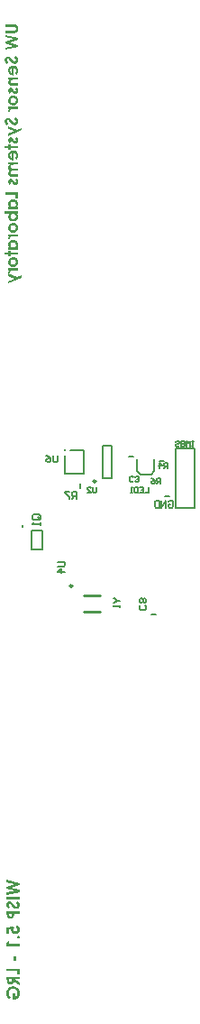
<source format=gbo>
G04*
G04 #@! TF.GenerationSoftware,Altium Limited,Altium Designer,21.1.0 (24)*
G04*
G04 Layer_Color=32896*
%FSAX25Y25*%
%MOIN*%
G70*
G04*
G04 #@! TF.SameCoordinates,64B46316-5E79-497B-94DE-3B570569772B*
G04*
G04*
G04 #@! TF.FilePolarity,Positive*
G04*
G01*
G75*
%ADD10C,0.01000*%
%ADD11C,0.00787*%
%ADD12C,0.00984*%
%ADD15C,0.00500*%
%ADD80C,0.00700*%
G36*
X-0000913Y0190493D02*
X-0000787Y0190485D01*
X-0000662Y0190478D01*
X-0000558Y0190463D01*
X-0000454Y0190448D01*
X-0000366Y0190433D01*
X-0000292Y0190419D01*
X-0000225Y0190404D01*
X-0000166Y0190389D01*
X-0000114Y0190374D01*
X-0000070Y0190359D01*
X-0000040Y0190352D01*
X-0000018Y0190345D01*
X-0000010Y0190337D01*
X-0000003D01*
X0000123Y0190271D01*
X0000241Y0190182D01*
X0000337Y0190093D01*
X0000426Y0190004D01*
X0000493Y0189923D01*
X0000545Y0189856D01*
X0000574Y0189812D01*
X0000589Y0189804D01*
Y0189797D01*
X0000663Y0189649D01*
X0000722Y0189494D01*
X0000759Y0189346D01*
X0000789Y0189205D01*
X0000804Y0189087D01*
X0000811Y0189035D01*
Y0188990D01*
X0000818Y0188953D01*
Y0188902D01*
X0000811Y0188761D01*
X0000796Y0188628D01*
X0000781Y0188509D01*
X0000759Y0188413D01*
X0000737Y0188324D01*
X0000715Y0188265D01*
X0000707Y0188228D01*
X0000700Y0188213D01*
X0000648Y0188102D01*
X0000589Y0188006D01*
X0000522Y0187917D01*
X0000463Y0187836D01*
X0000404Y0187777D01*
X0000360Y0187725D01*
X0000330Y0187695D01*
X0000315Y0187688D01*
X0000219Y0187607D01*
X0000123Y0187540D01*
X0000034Y0187488D01*
X-0000047Y0187444D01*
X-0000114Y0187414D01*
X-0000173Y0187392D01*
X-0000203Y0187385D01*
X-0000218Y0187377D01*
X-0000277Y0187362D01*
X-0000336Y0187348D01*
X-0000491Y0187333D01*
X-0000654Y0187318D01*
X-0000817Y0187303D01*
X-0000965D01*
X-0001032Y0187296D01*
X-0001091D01*
X-0001143D01*
X-0001180D01*
X-0001202D01*
X-0001209D01*
X-0004036D01*
Y0188191D01*
X-0001083D01*
X-0000921D01*
X-0000780Y0188206D01*
X-0000669Y0188213D01*
X-0000588Y0188228D01*
X-0000521Y0188243D01*
X-0000477Y0188250D01*
X-0000447Y0188265D01*
X-0000440D01*
X-0000380Y0188295D01*
X-0000321Y0188332D01*
X-0000277Y0188369D01*
X-0000232Y0188413D01*
X-0000203Y0188450D01*
X-0000181Y0188480D01*
X-0000166Y0188502D01*
X-0000158Y0188509D01*
X-0000121Y0188576D01*
X-0000099Y0188643D01*
X-0000077Y0188709D01*
X-0000070Y0188776D01*
X-0000062Y0188835D01*
X-0000055Y0188879D01*
Y0188916D01*
X-0000062Y0188998D01*
X-0000070Y0189072D01*
X-0000084Y0189138D01*
X-0000107Y0189198D01*
X-0000121Y0189242D01*
X-0000136Y0189279D01*
X-0000144Y0189301D01*
X-0000151Y0189309D01*
X-0000188Y0189368D01*
X-0000232Y0189412D01*
X-0000277Y0189449D01*
X-0000314Y0189486D01*
X-0000351Y0189508D01*
X-0000380Y0189523D01*
X-0000403Y0189538D01*
X-0000410D01*
X-0000484Y0189560D01*
X-0000565Y0189575D01*
X-0000662Y0189590D01*
X-0000750Y0189597D01*
X-0000839D01*
X-0000906Y0189605D01*
X-0000935D01*
X-0000958D01*
X-0000965D01*
X-0000972D01*
X-0004036D01*
Y0190500D01*
X-0001209D01*
X-0001054D01*
X-0000913Y0190493D01*
D02*
G37*
G36*
X0000700Y0185542D02*
Y0184691D01*
X-0002356Y0183833D01*
X0000700Y0182967D01*
Y0182094D01*
X-0004036Y0181021D01*
Y0181901D01*
X-0001009Y0182589D01*
X-0004036Y0183448D01*
Y0184203D01*
X-0001009Y0185046D01*
X-0004036Y0185734D01*
Y0186615D01*
X0000700Y0185542D01*
D02*
G37*
G36*
X-0000025Y0178778D02*
X0000138Y0178667D01*
X0000271Y0178564D01*
X0000382Y0178460D01*
X0000463Y0178379D01*
X0000530Y0178305D01*
X0000559Y0178260D01*
X0000574Y0178253D01*
Y0178246D01*
X0000656Y0178098D01*
X0000715Y0177950D01*
X0000759Y0177802D01*
X0000789Y0177661D01*
X0000804Y0177543D01*
X0000811Y0177491D01*
Y0177446D01*
X0000818Y0177417D01*
Y0177365D01*
X0000811Y0177247D01*
X0000804Y0177136D01*
X0000759Y0176928D01*
X0000700Y0176743D01*
X0000663Y0176669D01*
X0000626Y0176595D01*
X0000596Y0176529D01*
X0000559Y0176477D01*
X0000530Y0176425D01*
X0000500Y0176388D01*
X0000478Y0176359D01*
X0000456Y0176329D01*
X0000448Y0176322D01*
X0000441Y0176314D01*
X0000367Y0176240D01*
X0000293Y0176181D01*
X0000212Y0176122D01*
X0000130Y0176077D01*
X-0000025Y0176003D01*
X-0000181Y0175959D01*
X-0000314Y0175929D01*
X-0000366Y0175922D01*
X-0000417Y0175915D01*
X-0000454Y0175907D01*
X-0000491D01*
X-0000506D01*
X-0000514D01*
X-0000625Y0175915D01*
X-0000728Y0175922D01*
X-0000824Y0175944D01*
X-0000906Y0175966D01*
X-0000972Y0175989D01*
X-0001024Y0176003D01*
X-0001054Y0176018D01*
X-0001069Y0176026D01*
X-0001165Y0176077D01*
X-0001254Y0176129D01*
X-0001342Y0176196D01*
X-0001424Y0176262D01*
X-0001498Y0176314D01*
X-0001550Y0176366D01*
X-0001579Y0176396D01*
X-0001594Y0176410D01*
X-0001616Y0176433D01*
X-0001646Y0176470D01*
X-0001727Y0176558D01*
X-0001816Y0176655D01*
X-0001905Y0176766D01*
X-0001994Y0176869D01*
X-0002068Y0176958D01*
X-0002097Y0176988D01*
X-0002119Y0177017D01*
X-0002127Y0177032D01*
X-0002134Y0177039D01*
X-0002216Y0177136D01*
X-0002297Y0177224D01*
X-0002364Y0177306D01*
X-0002423Y0177372D01*
X-0002482Y0177432D01*
X-0002534Y0177491D01*
X-0002615Y0177572D01*
X-0002674Y0177631D01*
X-0002711Y0177668D01*
X-0002734Y0177691D01*
X-0002741Y0177698D01*
X-0002822Y0177742D01*
X-0002896Y0177765D01*
X-0002926D01*
X-0002948Y0177772D01*
X-0002963D01*
X-0002970D01*
X-0003015Y0177765D01*
X-0003052Y0177757D01*
X-0003126Y0177713D01*
X-0003170Y0177676D01*
X-0003178Y0177668D01*
X-0003185Y0177661D01*
X-0003215Y0177617D01*
X-0003244Y0177572D01*
X-0003266Y0177476D01*
X-0003274Y0177432D01*
X-0003281Y0177402D01*
Y0177372D01*
X-0003274Y0177306D01*
X-0003259Y0177239D01*
X-0003237Y0177173D01*
X-0003207Y0177106D01*
X-0003126Y0176988D01*
X-0003037Y0176884D01*
X-0002948Y0176788D01*
X-0002867Y0176721D01*
X-0002837Y0176699D01*
X-0002815Y0176677D01*
X-0002800Y0176669D01*
X-0002793Y0176662D01*
X-0003385Y0175989D01*
X-0003533Y0176129D01*
X-0003666Y0176255D01*
X-0003770Y0176373D01*
X-0003851Y0176484D01*
X-0003910Y0176566D01*
X-0003955Y0176632D01*
X-0003977Y0176677D01*
X-0003984Y0176684D01*
Y0176692D01*
X-0004043Y0176810D01*
X-0004080Y0176928D01*
X-0004110Y0177047D01*
X-0004132Y0177150D01*
X-0004147Y0177239D01*
X-0004154Y0177306D01*
Y0177365D01*
X-0004147Y0177469D01*
X-0004140Y0177565D01*
X-0004103Y0177742D01*
X-0004043Y0177898D01*
X-0003977Y0178031D01*
X-0003910Y0178142D01*
X-0003881Y0178186D01*
X-0003858Y0178223D01*
X-0003829Y0178253D01*
X-0003814Y0178275D01*
X-0003807Y0178283D01*
X-0003799Y0178290D01*
X-0003733Y0178357D01*
X-0003659Y0178408D01*
X-0003592Y0178460D01*
X-0003518Y0178505D01*
X-0003377Y0178571D01*
X-0003244Y0178616D01*
X-0003126Y0178638D01*
X-0003081Y0178645D01*
X-0003037Y0178653D01*
X-0003000Y0178660D01*
X-0002978D01*
X-0002963D01*
X-0002956D01*
X-0002830Y0178653D01*
X-0002704Y0178623D01*
X-0002586Y0178586D01*
X-0002482Y0178549D01*
X-0002393Y0178505D01*
X-0002327Y0178475D01*
X-0002282Y0178445D01*
X-0002275Y0178438D01*
X-0002267D01*
X-0002201Y0178394D01*
X-0002127Y0178334D01*
X-0002053Y0178260D01*
X-0001971Y0178186D01*
X-0001809Y0178024D01*
X-0001653Y0177853D01*
X-0001513Y0177698D01*
X-0001453Y0177624D01*
X-0001402Y0177565D01*
X-0001357Y0177513D01*
X-0001328Y0177476D01*
X-0001305Y0177446D01*
X-0001298Y0177439D01*
X-0001180Y0177298D01*
X-0001083Y0177187D01*
X-0000995Y0177099D01*
X-0000928Y0177032D01*
X-0000869Y0176980D01*
X-0000832Y0176943D01*
X-0000810Y0176928D01*
X-0000802Y0176921D01*
X-0000743Y0176877D01*
X-0000684Y0176847D01*
X-0000632Y0176825D01*
X-0000588Y0176810D01*
X-0000543Y0176803D01*
X-0000514Y0176795D01*
X-0000491D01*
X-0000484D01*
X-0000417Y0176803D01*
X-0000358Y0176817D01*
X-0000306Y0176847D01*
X-0000262Y0176877D01*
X-0000225Y0176906D01*
X-0000195Y0176936D01*
X-0000181Y0176951D01*
X-0000173Y0176958D01*
X-0000129Y0177017D01*
X-0000099Y0177084D01*
X-0000070Y0177150D01*
X-0000055Y0177210D01*
X-0000047Y0177261D01*
X-0000040Y0177306D01*
Y0177343D01*
X-0000047Y0177424D01*
X-0000070Y0177506D01*
X-0000099Y0177580D01*
X-0000136Y0177654D01*
X-0000240Y0177787D01*
X-0000358Y0177898D01*
X-0000469Y0177994D01*
X-0000573Y0178068D01*
X-0000610Y0178090D01*
X-0000639Y0178112D01*
X-0000662Y0178120D01*
X-0000669Y0178127D01*
X-0000210Y0178882D01*
X-0000025Y0178778D01*
D02*
G37*
G36*
X-0000884Y0175308D02*
X-0000743Y0175293D01*
X-0000617Y0175271D01*
X-0000491Y0175234D01*
X-0000380Y0175197D01*
X-0000277Y0175152D01*
X-0000173Y0175108D01*
X-0000084Y0175056D01*
X-0000003Y0175012D01*
X0000064Y0174967D01*
X0000130Y0174923D01*
X0000175Y0174886D01*
X0000219Y0174849D01*
X0000249Y0174827D01*
X0000263Y0174812D01*
X0000271Y0174805D01*
X0000360Y0174701D01*
X0000441Y0174597D01*
X0000508Y0174486D01*
X0000567Y0174375D01*
X0000619Y0174264D01*
X0000663Y0174153D01*
X0000700Y0174042D01*
X0000722Y0173939D01*
X0000744Y0173843D01*
X0000759Y0173754D01*
X0000774Y0173672D01*
X0000781Y0173598D01*
X0000789Y0173547D01*
Y0173465D01*
X0000781Y0173273D01*
X0000759Y0173103D01*
X0000730Y0172947D01*
X0000693Y0172814D01*
X0000663Y0172703D01*
X0000648Y0172659D01*
X0000633Y0172622D01*
X0000619Y0172592D01*
X0000611Y0172570D01*
X0000604Y0172562D01*
Y0172555D01*
X0000522Y0172414D01*
X0000434Y0172289D01*
X0000337Y0172178D01*
X0000249Y0172074D01*
X0000160Y0172000D01*
X0000093Y0171941D01*
X0000064Y0171919D01*
X0000041Y0171904D01*
X0000034Y0171889D01*
X0000027D01*
X-0000321Y0172629D01*
X-0000262Y0172696D01*
X-0000210Y0172762D01*
X-0000121Y0172910D01*
X-0000062Y0173051D01*
X-0000025Y0173184D01*
X0000004Y0173295D01*
X0000012Y0173347D01*
Y0173391D01*
X0000019Y0173421D01*
Y0173473D01*
X0000012Y0173621D01*
X-0000018Y0173746D01*
X-0000055Y0173865D01*
X-0000092Y0173961D01*
X-0000136Y0174042D01*
X-0000166Y0174094D01*
X-0000195Y0174131D01*
X-0000203Y0174146D01*
X-0000292Y0174235D01*
X-0000388Y0174301D01*
X-0000491Y0174361D01*
X-0000588Y0174405D01*
X-0000669Y0174435D01*
X-0000743Y0174449D01*
X-0000787Y0174464D01*
X-0000795D01*
X-0000802D01*
Y0171652D01*
X-0000965Y0171645D01*
X-0001120Y0171652D01*
X-0001276Y0171667D01*
X-0001416Y0171689D01*
X-0001550Y0171726D01*
X-0001668Y0171763D01*
X-0001786Y0171808D01*
X-0001890Y0171852D01*
X-0001986Y0171904D01*
X-0002068Y0171948D01*
X-0002142Y0172000D01*
X-0002208Y0172044D01*
X-0002260Y0172081D01*
X-0002304Y0172118D01*
X-0002334Y0172141D01*
X-0002349Y0172155D01*
X-0002356Y0172163D01*
X-0002452Y0172266D01*
X-0002534Y0172370D01*
X-0002600Y0172481D01*
X-0002667Y0172592D01*
X-0002719Y0172703D01*
X-0002756Y0172814D01*
X-0002793Y0172925D01*
X-0002822Y0173029D01*
X-0002845Y0173132D01*
X-0002859Y0173221D01*
X-0002874Y0173302D01*
X-0002882Y0173369D01*
X-0002889Y0173428D01*
Y0173510D01*
X-0002882Y0173650D01*
X-0002867Y0173791D01*
X-0002837Y0173917D01*
X-0002808Y0174042D01*
X-0002763Y0174153D01*
X-0002719Y0174257D01*
X-0002674Y0174361D01*
X-0002623Y0174449D01*
X-0002571Y0174531D01*
X-0002526Y0174597D01*
X-0002482Y0174664D01*
X-0002438Y0174708D01*
X-0002408Y0174753D01*
X-0002378Y0174782D01*
X-0002364Y0174797D01*
X-0002356Y0174805D01*
X-0002253Y0174893D01*
X-0002149Y0174975D01*
X-0002038Y0175041D01*
X-0001927Y0175101D01*
X-0001816Y0175152D01*
X-0001705Y0175189D01*
X-0001594Y0175226D01*
X-0001490Y0175249D01*
X-0001394Y0175271D01*
X-0001305Y0175286D01*
X-0001224Y0175300D01*
X-0001157Y0175308D01*
X-0001106Y0175315D01*
X-0001061D01*
X-0001032D01*
X-0001024D01*
X-0000884Y0175308D01*
D02*
G37*
G36*
X0000700Y0170046D02*
X-0000699D01*
X-0000795D01*
X-0000884D01*
X-0000965D01*
X-0001039Y0170039D01*
X-0001106D01*
X-0001165Y0170032D01*
X-0001261Y0170024D01*
X-0001328D01*
X-0001372Y0170017D01*
X-0001402Y0170009D01*
X-0001409D01*
X-0001520Y0169980D01*
X-0001616Y0169935D01*
X-0001698Y0169891D01*
X-0001772Y0169854D01*
X-0001823Y0169810D01*
X-0001868Y0169780D01*
X-0001890Y0169758D01*
X-0001897Y0169750D01*
X-0001957Y0169676D01*
X-0002001Y0169595D01*
X-0002038Y0169521D01*
X-0002060Y0169454D01*
X-0002075Y0169388D01*
X-0002082Y0169343D01*
Y0169299D01*
X-0002075Y0169225D01*
X-0002068Y0169158D01*
X-0002045Y0169099D01*
X-0002031Y0169047D01*
X-0002008Y0169010D01*
X-0001986Y0168981D01*
X-0001979Y0168966D01*
X-0001971Y0168959D01*
X-0001927Y0168907D01*
X-0001875Y0168870D01*
X-0001772Y0168803D01*
X-0001727Y0168788D01*
X-0001690Y0168774D01*
X-0001661Y0168759D01*
X-0001653D01*
X-0001609Y0168751D01*
X-0001557Y0168737D01*
X-0001439Y0168722D01*
X-0001305Y0168714D01*
X-0001165Y0168707D01*
X-0001032Y0168700D01*
X-0000980D01*
X-0000928D01*
X-0000884D01*
X-0000854D01*
X-0000832D01*
X-0000824D01*
X0000700D01*
Y0167819D01*
X-0001609D01*
X-0001823Y0167834D01*
X-0002008Y0167871D01*
X-0002164Y0167915D01*
X-0002290Y0167974D01*
X-0002393Y0168034D01*
X-0002460Y0168078D01*
X-0002504Y0168115D01*
X-0002519Y0168130D01*
X-0002586Y0168196D01*
X-0002645Y0168270D01*
X-0002689Y0168344D01*
X-0002734Y0168418D01*
X-0002800Y0168566D01*
X-0002845Y0168707D01*
X-0002867Y0168825D01*
X-0002882Y0168877D01*
Y0168922D01*
X-0002889Y0168959D01*
Y0169010D01*
X-0002882Y0169107D01*
X-0002874Y0169195D01*
X-0002859Y0169284D01*
X-0002837Y0169358D01*
X-0002815Y0169425D01*
X-0002800Y0169469D01*
X-0002793Y0169499D01*
X-0002785Y0169514D01*
X-0002741Y0169602D01*
X-0002689Y0169699D01*
X-0002630Y0169787D01*
X-0002578Y0169869D01*
X-0002519Y0169943D01*
X-0002482Y0169995D01*
X-0002452Y0170032D01*
X-0002438Y0170046D01*
X-0002800D01*
Y0170927D01*
X0000700D01*
Y0170046D01*
D02*
G37*
G36*
X0000300Y0167153D02*
X0000389Y0167057D01*
X0000471Y0166961D01*
X0000537Y0166864D01*
X0000596Y0166761D01*
X0000641Y0166657D01*
X0000685Y0166561D01*
X0000715Y0166465D01*
X0000737Y0166376D01*
X0000759Y0166295D01*
X0000774Y0166221D01*
X0000781Y0166154D01*
Y0166102D01*
X0000789Y0166065D01*
Y0166028D01*
X0000774Y0165821D01*
X0000744Y0165643D01*
X0000693Y0165481D01*
X0000633Y0165355D01*
X0000582Y0165251D01*
X0000530Y0165170D01*
X0000515Y0165148D01*
X0000500Y0165125D01*
X0000485Y0165118D01*
Y0165111D01*
X0000426Y0165051D01*
X0000360Y0164992D01*
X0000234Y0164911D01*
X0000101Y0164844D01*
X-0000018Y0164807D01*
X-0000129Y0164778D01*
X-0000218Y0164770D01*
X-0000247Y0164763D01*
X-0000269D01*
X-0000284D01*
X-0000292D01*
X-0000417Y0164770D01*
X-0000536Y0164792D01*
X-0000639Y0164822D01*
X-0000728Y0164859D01*
X-0000795Y0164896D01*
X-0000854Y0164926D01*
X-0000884Y0164948D01*
X-0000898Y0164955D01*
X-0000995Y0165037D01*
X-0001091Y0165148D01*
X-0001172Y0165259D01*
X-0001254Y0165377D01*
X-0001313Y0165481D01*
X-0001365Y0165569D01*
X-0001387Y0165606D01*
X-0001402Y0165629D01*
X-0001409Y0165643D01*
Y0165651D01*
X-0001572Y0165976D01*
X-0001609Y0166050D01*
X-0001638Y0166102D01*
X-0001668Y0166147D01*
X-0001690Y0166184D01*
X-0001712Y0166206D01*
X-0001727Y0166221D01*
X-0001735Y0166235D01*
X-0001779Y0166265D01*
X-0001823Y0166280D01*
X-0001853Y0166287D01*
X-0001860D01*
X-0001897Y0166280D01*
X-0001927Y0166272D01*
X-0001971Y0166243D01*
X-0002008Y0166221D01*
X-0002016Y0166206D01*
X-0002053Y0166132D01*
X-0002075Y0166058D01*
X-0002082Y0166028D01*
Y0165925D01*
X-0002068Y0165873D01*
X-0002031Y0165769D01*
X-0001979Y0165673D01*
X-0001920Y0165577D01*
X-0001860Y0165495D01*
X-0001809Y0165436D01*
X-0001772Y0165392D01*
X-0001764Y0165377D01*
X-0001757D01*
X-0002304Y0164829D01*
X-0002401Y0164911D01*
X-0002489Y0165000D01*
X-0002563Y0165088D01*
X-0002623Y0165170D01*
X-0002674Y0165236D01*
X-0002704Y0165296D01*
X-0002726Y0165333D01*
X-0002734Y0165347D01*
X-0002785Y0165458D01*
X-0002822Y0165569D01*
X-0002852Y0165680D01*
X-0002867Y0165777D01*
X-0002882Y0165858D01*
X-0002889Y0165925D01*
Y0165984D01*
X-0002874Y0166161D01*
X-0002845Y0166317D01*
X-0002793Y0166457D01*
X-0002741Y0166576D01*
X-0002689Y0166672D01*
X-0002637Y0166739D01*
X-0002608Y0166783D01*
X-0002593Y0166790D01*
Y0166798D01*
X-0002534Y0166857D01*
X-0002475Y0166901D01*
X-0002356Y0166983D01*
X-0002238Y0167035D01*
X-0002127Y0167079D01*
X-0002031Y0167101D01*
X-0001949Y0167109D01*
X-0001920Y0167116D01*
X-0001905D01*
X-0001890D01*
X-0001883D01*
X-0001764Y0167109D01*
X-0001653Y0167079D01*
X-0001542Y0167035D01*
X-0001446Y0166983D01*
X-0001350Y0166924D01*
X-0001261Y0166850D01*
X-0001180Y0166776D01*
X-0001106Y0166694D01*
X-0001039Y0166613D01*
X-0000980Y0166539D01*
X-0000928Y0166465D01*
X-0000884Y0166406D01*
X-0000854Y0166346D01*
X-0000832Y0166309D01*
X-0000817Y0166280D01*
X-0000810Y0166272D01*
X-0000662Y0165976D01*
X-0000625Y0165910D01*
X-0000588Y0165851D01*
X-0000551Y0165799D01*
X-0000521Y0165754D01*
X-0000454Y0165688D01*
X-0000395Y0165636D01*
X-0000343Y0165614D01*
X-0000306Y0165599D01*
X-0000277Y0165592D01*
X-0000269D01*
X-0000232Y0165599D01*
X-0000195Y0165606D01*
X-0000129Y0165643D01*
X-0000092Y0165688D01*
X-0000084Y0165695D01*
X-0000077Y0165703D01*
X-0000047Y0165747D01*
X-0000033Y0165791D01*
X-0000003Y0165880D01*
Y0165917D01*
X0000004Y0165947D01*
Y0165976D01*
X-0000003Y0166036D01*
X-0000010Y0166102D01*
X-0000025Y0166161D01*
X-0000047Y0166221D01*
X-0000070Y0166272D01*
X-0000084Y0166309D01*
X-0000092Y0166339D01*
X-0000099Y0166346D01*
X-0000195Y0166487D01*
X-0000240Y0166554D01*
X-0000292Y0166605D01*
X-0000329Y0166650D01*
X-0000366Y0166679D01*
X-0000388Y0166702D01*
X-0000395Y0166709D01*
X0000197Y0167242D01*
X0000300Y0167153D01*
D02*
G37*
G36*
X-0000906Y0164230D02*
X-0000773Y0164215D01*
X-0000639Y0164186D01*
X-0000521Y0164156D01*
X-0000403Y0164119D01*
X-0000299Y0164075D01*
X-0000195Y0164023D01*
X-0000107Y0163971D01*
X-0000025Y0163927D01*
X0000049Y0163875D01*
X0000108Y0163830D01*
X0000160Y0163793D01*
X0000204Y0163764D01*
X0000234Y0163734D01*
X0000249Y0163719D01*
X0000256Y0163712D01*
X0000352Y0163608D01*
X0000434Y0163505D01*
X0000500Y0163394D01*
X0000567Y0163283D01*
X0000619Y0163179D01*
X0000656Y0163068D01*
X0000693Y0162965D01*
X0000722Y0162868D01*
X0000744Y0162772D01*
X0000759Y0162691D01*
X0000774Y0162617D01*
X0000781Y0162550D01*
Y0162498D01*
X0000789Y0162454D01*
Y0162424D01*
X0000781Y0162239D01*
X0000752Y0162062D01*
X0000715Y0161906D01*
X0000670Y0161766D01*
X0000626Y0161655D01*
X0000604Y0161603D01*
X0000589Y0161566D01*
X0000574Y0161536D01*
X0000559Y0161514D01*
X0000552Y0161499D01*
Y0161492D01*
X0000456Y0161337D01*
X0000345Y0161203D01*
X0000234Y0161092D01*
X0000123Y0160996D01*
X0000027Y0160915D01*
X-0000047Y0160863D01*
X-0000077Y0160841D01*
X-0000099Y0160826D01*
X-0000114Y0160819D01*
X-0000121D01*
X-0000284Y0160737D01*
X-0000447Y0160671D01*
X-0000610Y0160626D01*
X-0000750Y0160597D01*
X-0000869Y0160582D01*
X-0000921Y0160574D01*
X-0000965Y0160567D01*
X-0001002D01*
X-0001024D01*
X-0001039D01*
X-0001046D01*
X-0001231Y0160574D01*
X-0001402Y0160604D01*
X-0001557Y0160648D01*
X-0001690Y0160693D01*
X-0001801Y0160737D01*
X-0001853Y0160759D01*
X-0001890Y0160782D01*
X-0001920Y0160796D01*
X-0001942Y0160811D01*
X-0001957Y0160819D01*
X-0001964D01*
X-0002119Y0160915D01*
X-0002253Y0161026D01*
X-0002364Y0161144D01*
X-0002460Y0161248D01*
X-0002541Y0161351D01*
X-0002593Y0161425D01*
X-0002615Y0161455D01*
X-0002630Y0161477D01*
X-0002637Y0161492D01*
Y0161499D01*
X-0002719Y0161662D01*
X-0002785Y0161825D01*
X-0002830Y0161980D01*
X-0002859Y0162121D01*
X-0002874Y0162247D01*
X-0002882Y0162299D01*
X-0002889Y0162343D01*
Y0162424D01*
X-0002882Y0162550D01*
X-0002867Y0162676D01*
X-0002845Y0162794D01*
X-0002815Y0162905D01*
X-0002734Y0163113D01*
X-0002697Y0163201D01*
X-0002652Y0163290D01*
X-0002600Y0163364D01*
X-0002563Y0163438D01*
X-0002519Y0163497D01*
X-0002482Y0163542D01*
X-0002452Y0163586D01*
X-0002430Y0163616D01*
X-0002415Y0163631D01*
X-0002408Y0163638D01*
X-0002304Y0163742D01*
X-0002193Y0163838D01*
X-0002082Y0163919D01*
X-0001964Y0163986D01*
X-0001853Y0164045D01*
X-0001735Y0164089D01*
X-0001624Y0164134D01*
X-0001520Y0164163D01*
X-0001424Y0164186D01*
X-0001335Y0164208D01*
X-0001254Y0164215D01*
X-0001180Y0164230D01*
X-0001128D01*
X-0001083Y0164237D01*
X-0001054D01*
X-0001046D01*
X-0000906Y0164230D01*
D02*
G37*
G36*
X0000700Y0159176D02*
X-0000713D01*
X-0000884Y0159183D01*
X-0001017D01*
X-0001135Y0159176D01*
X-0001246Y0159168D01*
X-0001350Y0159161D01*
X-0001439Y0159154D01*
X-0001520Y0159139D01*
X-0001587Y0159131D01*
X-0001653Y0159117D01*
X-0001705Y0159102D01*
X-0001749Y0159094D01*
X-0001786Y0159080D01*
X-0001816Y0159072D01*
X-0001853Y0159057D01*
X-0001868Y0159050D01*
X-0001949Y0158998D01*
X-0002016Y0158939D01*
X-0002060Y0158880D01*
X-0002090Y0158828D01*
X-0002105Y0158784D01*
X-0002119Y0158739D01*
Y0158665D01*
X-0002105Y0158628D01*
X-0002082Y0158547D01*
X-0002068Y0158510D01*
X-0002053Y0158480D01*
X-0002045Y0158465D01*
X-0002038Y0158458D01*
X-0002793Y0158184D01*
X-0002822Y0158251D01*
X-0002852Y0158317D01*
X-0002867Y0158377D01*
X-0002874Y0158428D01*
X-0002882Y0158473D01*
X-0002889Y0158510D01*
Y0158539D01*
X-0002882Y0158628D01*
X-0002867Y0158710D01*
X-0002845Y0158784D01*
X-0002822Y0158843D01*
X-0002793Y0158902D01*
X-0002771Y0158939D01*
X-0002756Y0158969D01*
X-0002748Y0158976D01*
X-0002697Y0159043D01*
X-0002630Y0159102D01*
X-0002563Y0159161D01*
X-0002504Y0159205D01*
X-0002445Y0159242D01*
X-0002401Y0159265D01*
X-0002371Y0159279D01*
X-0002356Y0159287D01*
X-0002800D01*
Y0160056D01*
X0000700D01*
Y0159176D01*
D02*
G37*
G36*
X-0000025Y0156105D02*
X0000138Y0155994D01*
X0000271Y0155890D01*
X0000382Y0155787D01*
X0000463Y0155705D01*
X0000530Y0155631D01*
X0000559Y0155587D01*
X0000574Y0155579D01*
Y0155572D01*
X0000656Y0155424D01*
X0000715Y0155276D01*
X0000759Y0155128D01*
X0000789Y0154987D01*
X0000804Y0154869D01*
X0000811Y0154817D01*
Y0154773D01*
X0000818Y0154743D01*
Y0154691D01*
X0000811Y0154573D01*
X0000804Y0154462D01*
X0000759Y0154255D01*
X0000700Y0154070D01*
X0000663Y0153996D01*
X0000626Y0153922D01*
X0000596Y0153855D01*
X0000559Y0153803D01*
X0000530Y0153752D01*
X0000500Y0153715D01*
X0000478Y0153685D01*
X0000456Y0153655D01*
X0000448Y0153648D01*
X0000441Y0153641D01*
X0000367Y0153567D01*
X0000293Y0153507D01*
X0000212Y0153448D01*
X0000130Y0153404D01*
X-0000025Y0153330D01*
X-0000181Y0153285D01*
X-0000314Y0153256D01*
X-0000366Y0153248D01*
X-0000417Y0153241D01*
X-0000454Y0153234D01*
X-0000491D01*
X-0000506D01*
X-0000514D01*
X-0000625Y0153241D01*
X-0000728Y0153248D01*
X-0000824Y0153271D01*
X-0000906Y0153293D01*
X-0000972Y0153315D01*
X-0001024Y0153330D01*
X-0001054Y0153345D01*
X-0001069Y0153352D01*
X-0001165Y0153404D01*
X-0001254Y0153456D01*
X-0001342Y0153522D01*
X-0001424Y0153589D01*
X-0001498Y0153641D01*
X-0001550Y0153692D01*
X-0001579Y0153722D01*
X-0001594Y0153737D01*
X-0001616Y0153759D01*
X-0001646Y0153796D01*
X-0001727Y0153885D01*
X-0001816Y0153981D01*
X-0001905Y0154092D01*
X-0001994Y0154196D01*
X-0002068Y0154284D01*
X-0002097Y0154314D01*
X-0002119Y0154344D01*
X-0002127Y0154358D01*
X-0002134Y0154366D01*
X-0002216Y0154462D01*
X-0002297Y0154551D01*
X-0002364Y0154632D01*
X-0002423Y0154699D01*
X-0002482Y0154758D01*
X-0002534Y0154817D01*
X-0002615Y0154899D01*
X-0002674Y0154958D01*
X-0002711Y0154995D01*
X-0002734Y0155017D01*
X-0002741Y0155024D01*
X-0002822Y0155069D01*
X-0002896Y0155091D01*
X-0002926D01*
X-0002948Y0155098D01*
X-0002963D01*
X-0002970D01*
X-0003015Y0155091D01*
X-0003052Y0155084D01*
X-0003126Y0155039D01*
X-0003170Y0155002D01*
X-0003178Y0154995D01*
X-0003185Y0154987D01*
X-0003215Y0154943D01*
X-0003244Y0154899D01*
X-0003266Y0154802D01*
X-0003274Y0154758D01*
X-0003281Y0154728D01*
Y0154699D01*
X-0003274Y0154632D01*
X-0003259Y0154566D01*
X-0003237Y0154499D01*
X-0003207Y0154432D01*
X-0003126Y0154314D01*
X-0003037Y0154210D01*
X-0002948Y0154114D01*
X-0002867Y0154048D01*
X-0002837Y0154025D01*
X-0002815Y0154003D01*
X-0002800Y0153996D01*
X-0002793Y0153988D01*
X-0003385Y0153315D01*
X-0003533Y0153456D01*
X-0003666Y0153581D01*
X-0003770Y0153700D01*
X-0003851Y0153811D01*
X-0003910Y0153892D01*
X-0003955Y0153959D01*
X-0003977Y0154003D01*
X-0003984Y0154011D01*
Y0154018D01*
X-0004043Y0154136D01*
X-0004080Y0154255D01*
X-0004110Y0154373D01*
X-0004132Y0154477D01*
X-0004147Y0154566D01*
X-0004154Y0154632D01*
Y0154691D01*
X-0004147Y0154795D01*
X-0004140Y0154891D01*
X-0004103Y0155069D01*
X-0004043Y0155224D01*
X-0003977Y0155357D01*
X-0003910Y0155468D01*
X-0003881Y0155513D01*
X-0003858Y0155550D01*
X-0003829Y0155579D01*
X-0003814Y0155602D01*
X-0003807Y0155609D01*
X-0003799Y0155616D01*
X-0003733Y0155683D01*
X-0003659Y0155735D01*
X-0003592Y0155787D01*
X-0003518Y0155831D01*
X-0003377Y0155898D01*
X-0003244Y0155942D01*
X-0003126Y0155964D01*
X-0003081Y0155972D01*
X-0003037Y0155979D01*
X-0003000Y0155986D01*
X-0002978D01*
X-0002963D01*
X-0002956D01*
X-0002830Y0155979D01*
X-0002704Y0155949D01*
X-0002586Y0155912D01*
X-0002482Y0155875D01*
X-0002393Y0155831D01*
X-0002327Y0155801D01*
X-0002282Y0155772D01*
X-0002275Y0155764D01*
X-0002267D01*
X-0002201Y0155720D01*
X-0002127Y0155661D01*
X-0002053Y0155587D01*
X-0001971Y0155513D01*
X-0001809Y0155350D01*
X-0001653Y0155180D01*
X-0001513Y0155024D01*
X-0001453Y0154950D01*
X-0001402Y0154891D01*
X-0001357Y0154839D01*
X-0001328Y0154802D01*
X-0001305Y0154773D01*
X-0001298Y0154765D01*
X-0001180Y0154625D01*
X-0001083Y0154514D01*
X-0000995Y0154425D01*
X-0000928Y0154358D01*
X-0000869Y0154307D01*
X-0000832Y0154270D01*
X-0000810Y0154255D01*
X-0000802Y0154247D01*
X-0000743Y0154203D01*
X-0000684Y0154173D01*
X-0000632Y0154151D01*
X-0000588Y0154136D01*
X-0000543Y0154129D01*
X-0000514Y0154122D01*
X-0000491D01*
X-0000484D01*
X-0000417Y0154129D01*
X-0000358Y0154144D01*
X-0000306Y0154173D01*
X-0000262Y0154203D01*
X-0000225Y0154233D01*
X-0000195Y0154262D01*
X-0000181Y0154277D01*
X-0000173Y0154284D01*
X-0000129Y0154344D01*
X-0000099Y0154410D01*
X-0000070Y0154477D01*
X-0000055Y0154536D01*
X-0000047Y0154588D01*
X-0000040Y0154632D01*
Y0154669D01*
X-0000047Y0154751D01*
X-0000070Y0154832D01*
X-0000099Y0154906D01*
X-0000136Y0154980D01*
X-0000240Y0155113D01*
X-0000358Y0155224D01*
X-0000469Y0155320D01*
X-0000573Y0155394D01*
X-0000610Y0155417D01*
X-0000639Y0155439D01*
X-0000662Y0155446D01*
X-0000669Y0155454D01*
X-0000210Y0156208D01*
X-0000025Y0156105D01*
D02*
G37*
G36*
X0000434Y0151539D02*
X0001980Y0152257D01*
Y0151347D01*
X-0002800Y0149156D01*
Y0150066D01*
X-0000617Y0151065D01*
X-0002800Y0151968D01*
Y0152871D01*
X0000434Y0151539D01*
D02*
G37*
G36*
X0000300Y0148831D02*
X0000389Y0148734D01*
X0000471Y0148638D01*
X0000537Y0148542D01*
X0000596Y0148438D01*
X0000641Y0148335D01*
X0000685Y0148239D01*
X0000715Y0148142D01*
X0000737Y0148054D01*
X0000759Y0147972D01*
X0000774Y0147898D01*
X0000781Y0147832D01*
Y0147780D01*
X0000789Y0147743D01*
Y0147706D01*
X0000774Y0147499D01*
X0000744Y0147321D01*
X0000693Y0147158D01*
X0000633Y0147032D01*
X0000582Y0146929D01*
X0000530Y0146847D01*
X0000515Y0146825D01*
X0000500Y0146803D01*
X0000485Y0146796D01*
Y0146788D01*
X0000426Y0146729D01*
X0000360Y0146670D01*
X0000234Y0146588D01*
X0000101Y0146522D01*
X-0000018Y0146485D01*
X-0000129Y0146455D01*
X-0000218Y0146448D01*
X-0000247Y0146440D01*
X-0000269D01*
X-0000284D01*
X-0000292D01*
X-0000417Y0146448D01*
X-0000536Y0146470D01*
X-0000639Y0146500D01*
X-0000728Y0146537D01*
X-0000795Y0146574D01*
X-0000854Y0146603D01*
X-0000884Y0146625D01*
X-0000898Y0146633D01*
X-0000995Y0146714D01*
X-0001091Y0146825D01*
X-0001172Y0146936D01*
X-0001254Y0147055D01*
X-0001313Y0147158D01*
X-0001365Y0147247D01*
X-0001387Y0147284D01*
X-0001402Y0147306D01*
X-0001409Y0147321D01*
Y0147328D01*
X-0001572Y0147654D01*
X-0001609Y0147728D01*
X-0001638Y0147780D01*
X-0001668Y0147824D01*
X-0001690Y0147861D01*
X-0001712Y0147883D01*
X-0001727Y0147898D01*
X-0001735Y0147913D01*
X-0001779Y0147943D01*
X-0001823Y0147957D01*
X-0001853Y0147965D01*
X-0001860D01*
X-0001897Y0147957D01*
X-0001927Y0147950D01*
X-0001971Y0147920D01*
X-0002008Y0147898D01*
X-0002016Y0147883D01*
X-0002053Y0147809D01*
X-0002075Y0147735D01*
X-0002082Y0147706D01*
Y0147602D01*
X-0002068Y0147550D01*
X-0002031Y0147447D01*
X-0001979Y0147351D01*
X-0001920Y0147254D01*
X-0001860Y0147173D01*
X-0001809Y0147114D01*
X-0001772Y0147069D01*
X-0001764Y0147055D01*
X-0001757D01*
X-0002304Y0146507D01*
X-0002401Y0146588D01*
X-0002489Y0146677D01*
X-0002563Y0146766D01*
X-0002623Y0146847D01*
X-0002674Y0146914D01*
X-0002704Y0146973D01*
X-0002726Y0147010D01*
X-0002734Y0147025D01*
X-0002785Y0147136D01*
X-0002822Y0147247D01*
X-0002852Y0147358D01*
X-0002867Y0147454D01*
X-0002882Y0147536D01*
X-0002889Y0147602D01*
Y0147661D01*
X-0002874Y0147839D01*
X-0002845Y0147994D01*
X-0002793Y0148135D01*
X-0002741Y0148253D01*
X-0002689Y0148350D01*
X-0002637Y0148416D01*
X-0002608Y0148461D01*
X-0002593Y0148468D01*
Y0148475D01*
X-0002534Y0148535D01*
X-0002475Y0148579D01*
X-0002356Y0148660D01*
X-0002238Y0148712D01*
X-0002127Y0148757D01*
X-0002031Y0148779D01*
X-0001949Y0148786D01*
X-0001920Y0148794D01*
X-0001905D01*
X-0001890D01*
X-0001883D01*
X-0001764Y0148786D01*
X-0001653Y0148757D01*
X-0001542Y0148712D01*
X-0001446Y0148660D01*
X-0001350Y0148601D01*
X-0001261Y0148527D01*
X-0001180Y0148453D01*
X-0001106Y0148372D01*
X-0001039Y0148290D01*
X-0000980Y0148216D01*
X-0000928Y0148142D01*
X-0000884Y0148083D01*
X-0000854Y0148024D01*
X-0000832Y0147987D01*
X-0000817Y0147957D01*
X-0000810Y0147950D01*
X-0000662Y0147654D01*
X-0000625Y0147587D01*
X-0000588Y0147528D01*
X-0000551Y0147476D01*
X-0000521Y0147432D01*
X-0000454Y0147365D01*
X-0000395Y0147314D01*
X-0000343Y0147291D01*
X-0000306Y0147277D01*
X-0000277Y0147269D01*
X-0000269D01*
X-0000232Y0147277D01*
X-0000195Y0147284D01*
X-0000129Y0147321D01*
X-0000092Y0147365D01*
X-0000084Y0147373D01*
X-0000077Y0147380D01*
X-0000047Y0147425D01*
X-0000033Y0147469D01*
X-0000003Y0147558D01*
Y0147595D01*
X0000004Y0147624D01*
Y0147654D01*
X-0000003Y0147713D01*
X-0000010Y0147780D01*
X-0000025Y0147839D01*
X-0000047Y0147898D01*
X-0000070Y0147950D01*
X-0000084Y0147987D01*
X-0000092Y0148017D01*
X-0000099Y0148024D01*
X-0000195Y0148165D01*
X-0000240Y0148231D01*
X-0000292Y0148283D01*
X-0000329Y0148327D01*
X-0000366Y0148357D01*
X-0000388Y0148379D01*
X-0000395Y0148387D01*
X0000197Y0148919D01*
X0000300Y0148831D01*
D02*
G37*
G36*
X-0002045Y0145641D02*
X0000700D01*
Y0144761D01*
X-0002045D01*
Y0144243D01*
X-0002800D01*
Y0144761D01*
X-0004095D01*
Y0145641D01*
X-0002800D01*
Y0146093D01*
X-0002045D01*
Y0145641D01*
D02*
G37*
G36*
X-0000884Y0143932D02*
X-0000743Y0143917D01*
X-0000617Y0143895D01*
X-0000491Y0143858D01*
X-0000380Y0143821D01*
X-0000277Y0143776D01*
X-0000173Y0143732D01*
X-0000084Y0143680D01*
X-0000003Y0143636D01*
X0000064Y0143591D01*
X0000130Y0143547D01*
X0000175Y0143510D01*
X0000219Y0143473D01*
X0000249Y0143451D01*
X0000263Y0143436D01*
X0000271Y0143429D01*
X0000360Y0143325D01*
X0000441Y0143221D01*
X0000508Y0143110D01*
X0000567Y0142999D01*
X0000619Y0142888D01*
X0000663Y0142777D01*
X0000700Y0142666D01*
X0000722Y0142563D01*
X0000744Y0142467D01*
X0000759Y0142378D01*
X0000774Y0142296D01*
X0000781Y0142222D01*
X0000789Y0142171D01*
Y0142089D01*
X0000781Y0141897D01*
X0000759Y0141727D01*
X0000730Y0141571D01*
X0000693Y0141438D01*
X0000663Y0141327D01*
X0000648Y0141283D01*
X0000633Y0141246D01*
X0000619Y0141216D01*
X0000611Y0141194D01*
X0000604Y0141186D01*
Y0141179D01*
X0000522Y0141038D01*
X0000434Y0140913D01*
X0000337Y0140802D01*
X0000249Y0140698D01*
X0000160Y0140624D01*
X0000093Y0140565D01*
X0000064Y0140543D01*
X0000041Y0140528D01*
X0000034Y0140513D01*
X0000027D01*
X-0000321Y0141253D01*
X-0000262Y0141320D01*
X-0000210Y0141386D01*
X-0000121Y0141534D01*
X-0000062Y0141675D01*
X-0000025Y0141808D01*
X0000004Y0141919D01*
X0000012Y0141971D01*
Y0142015D01*
X0000019Y0142045D01*
Y0142097D01*
X0000012Y0142245D01*
X-0000018Y0142370D01*
X-0000055Y0142489D01*
X-0000092Y0142585D01*
X-0000136Y0142666D01*
X-0000166Y0142718D01*
X-0000195Y0142755D01*
X-0000203Y0142770D01*
X-0000292Y0142859D01*
X-0000388Y0142925D01*
X-0000491Y0142985D01*
X-0000588Y0143029D01*
X-0000669Y0143059D01*
X-0000743Y0143073D01*
X-0000787Y0143088D01*
X-0000795D01*
X-0000802D01*
Y0140276D01*
X-0000965Y0140269D01*
X-0001120Y0140276D01*
X-0001276Y0140291D01*
X-0001416Y0140313D01*
X-0001550Y0140350D01*
X-0001668Y0140387D01*
X-0001786Y0140432D01*
X-0001890Y0140476D01*
X-0001986Y0140528D01*
X-0002068Y0140572D01*
X-0002142Y0140624D01*
X-0002208Y0140668D01*
X-0002260Y0140705D01*
X-0002304Y0140742D01*
X-0002334Y0140765D01*
X-0002349Y0140779D01*
X-0002356Y0140787D01*
X-0002452Y0140890D01*
X-0002534Y0140994D01*
X-0002600Y0141105D01*
X-0002667Y0141216D01*
X-0002719Y0141327D01*
X-0002756Y0141438D01*
X-0002793Y0141549D01*
X-0002822Y0141653D01*
X-0002845Y0141756D01*
X-0002859Y0141845D01*
X-0002874Y0141926D01*
X-0002882Y0141993D01*
X-0002889Y0142052D01*
Y0142134D01*
X-0002882Y0142274D01*
X-0002867Y0142415D01*
X-0002837Y0142541D01*
X-0002808Y0142666D01*
X-0002763Y0142777D01*
X-0002719Y0142881D01*
X-0002674Y0142985D01*
X-0002623Y0143073D01*
X-0002571Y0143155D01*
X-0002526Y0143221D01*
X-0002482Y0143288D01*
X-0002438Y0143332D01*
X-0002408Y0143377D01*
X-0002378Y0143406D01*
X-0002364Y0143421D01*
X-0002356Y0143429D01*
X-0002253Y0143517D01*
X-0002149Y0143599D01*
X-0002038Y0143665D01*
X-0001927Y0143725D01*
X-0001816Y0143776D01*
X-0001705Y0143813D01*
X-0001594Y0143850D01*
X-0001490Y0143873D01*
X-0001394Y0143895D01*
X-0001305Y0143910D01*
X-0001224Y0143924D01*
X-0001157Y0143932D01*
X-0001106Y0143939D01*
X-0001061D01*
X-0001032D01*
X-0001024D01*
X-0000884Y0143932D01*
D02*
G37*
G36*
X0000700Y0138685D02*
X-0000847D01*
X-0001024Y0138678D01*
X-0001172Y0138670D01*
X-0001298Y0138656D01*
X-0001402Y0138641D01*
X-0001483Y0138626D01*
X-0001535Y0138611D01*
X-0001572Y0138596D01*
X-0001579D01*
X-0001661Y0138559D01*
X-0001735Y0138515D01*
X-0001801Y0138471D01*
X-0001853Y0138426D01*
X-0001897Y0138389D01*
X-0001927Y0138360D01*
X-0001942Y0138337D01*
X-0001949Y0138330D01*
X-0001994Y0138263D01*
X-0002023Y0138189D01*
X-0002053Y0138123D01*
X-0002068Y0138064D01*
X-0002075Y0138012D01*
X-0002082Y0137967D01*
Y0137930D01*
X-0002075Y0137864D01*
X-0002068Y0137797D01*
X-0002053Y0137738D01*
X-0002031Y0137694D01*
X-0002008Y0137649D01*
X-0001994Y0137620D01*
X-0001986Y0137605D01*
X-0001979Y0137597D01*
X-0001934Y0137546D01*
X-0001883Y0137509D01*
X-0001779Y0137442D01*
X-0001735Y0137420D01*
X-0001698Y0137405D01*
X-0001668Y0137390D01*
X-0001661D01*
X-0001572Y0137368D01*
X-0001468Y0137346D01*
X-0001357Y0137331D01*
X-0001246Y0137324D01*
X-0001143Y0137316D01*
X-0001061D01*
X-0001032D01*
X-0001009D01*
X-0000995D01*
X-0000987D01*
X0000700D01*
Y0136436D01*
X-0000869D01*
X-0001046Y0136428D01*
X-0001194Y0136421D01*
X-0001320Y0136406D01*
X-0001424Y0136391D01*
X-0001498Y0136376D01*
X-0001550Y0136369D01*
X-0001587Y0136354D01*
X-0001594D01*
X-0001675Y0136317D01*
X-0001749Y0136273D01*
X-0001809Y0136228D01*
X-0001860Y0136184D01*
X-0001897Y0136147D01*
X-0001927Y0136117D01*
X-0001942Y0136095D01*
X-0001949Y0136088D01*
X-0001994Y0136014D01*
X-0002023Y0135947D01*
X-0002053Y0135873D01*
X-0002068Y0135814D01*
X-0002075Y0135755D01*
X-0002082Y0135710D01*
Y0135673D01*
X-0002075Y0135570D01*
X-0002053Y0135481D01*
X-0002016Y0135400D01*
X-0001979Y0135340D01*
X-0001934Y0135289D01*
X-0001905Y0135259D01*
X-0001875Y0135237D01*
X-0001868Y0135229D01*
X-0001823Y0135200D01*
X-0001772Y0135178D01*
X-0001653Y0135141D01*
X-0001527Y0135111D01*
X-0001394Y0135096D01*
X-0001268Y0135081D01*
X-0001209D01*
X-0001165Y0135074D01*
X-0001128D01*
X-0001098D01*
X-0001076D01*
X-0001069D01*
X0000700D01*
Y0134193D01*
X-0001350D01*
X-0001461D01*
X-0001572Y0134201D01*
X-0001668Y0134208D01*
X-0001757Y0134216D01*
X-0001838Y0134223D01*
X-0001912Y0134230D01*
X-0001979Y0134245D01*
X-0002038Y0134253D01*
X-0002142Y0134282D01*
X-0002208Y0134297D01*
X-0002245Y0134312D01*
X-0002260Y0134319D01*
X-0002364Y0134371D01*
X-0002452Y0134438D01*
X-0002526Y0134504D01*
X-0002593Y0134571D01*
X-0002645Y0134637D01*
X-0002682Y0134689D01*
X-0002704Y0134719D01*
X-0002711Y0134734D01*
X-0002771Y0134845D01*
X-0002815Y0134956D01*
X-0002845Y0135067D01*
X-0002867Y0135163D01*
X-0002882Y0135252D01*
X-0002889Y0135326D01*
Y0135385D01*
X-0002882Y0135518D01*
X-0002867Y0135644D01*
X-0002837Y0135755D01*
X-0002808Y0135851D01*
X-0002778Y0135932D01*
X-0002748Y0135999D01*
X-0002734Y0136036D01*
X-0002726Y0136051D01*
X-0002660Y0136162D01*
X-0002586Y0136258D01*
X-0002504Y0136347D01*
X-0002423Y0136421D01*
X-0002356Y0136487D01*
X-0002297Y0136532D01*
X-0002260Y0136561D01*
X-0002253Y0136569D01*
X-0002245D01*
X-0002356Y0136635D01*
X-0002452Y0136702D01*
X-0002534Y0136776D01*
X-0002608Y0136843D01*
X-0002660Y0136902D01*
X-0002697Y0136954D01*
X-0002719Y0136983D01*
X-0002726Y0136998D01*
X-0002778Y0137094D01*
X-0002822Y0137198D01*
X-0002852Y0137294D01*
X-0002867Y0137390D01*
X-0002882Y0137464D01*
X-0002889Y0137531D01*
Y0137583D01*
X-0002882Y0137701D01*
X-0002867Y0137812D01*
X-0002852Y0137916D01*
X-0002830Y0138004D01*
X-0002800Y0138086D01*
X-0002785Y0138138D01*
X-0002771Y0138175D01*
X-0002763Y0138189D01*
X-0002711Y0138286D01*
X-0002652Y0138382D01*
X-0002586Y0138463D01*
X-0002526Y0138537D01*
X-0002475Y0138604D01*
X-0002430Y0138648D01*
X-0002401Y0138678D01*
X-0002386Y0138685D01*
X-0002800D01*
Y0139566D01*
X0000700D01*
Y0138685D01*
D02*
G37*
G36*
X0000300Y0133542D02*
X0000389Y0133446D01*
X0000471Y0133350D01*
X0000537Y0133254D01*
X0000596Y0133150D01*
X0000641Y0133046D01*
X0000685Y0132950D01*
X0000715Y0132854D01*
X0000737Y0132765D01*
X0000759Y0132684D01*
X0000774Y0132610D01*
X0000781Y0132543D01*
Y0132491D01*
X0000789Y0132454D01*
Y0132417D01*
X0000774Y0132210D01*
X0000744Y0132033D01*
X0000693Y0131870D01*
X0000633Y0131744D01*
X0000582Y0131640D01*
X0000530Y0131559D01*
X0000515Y0131537D01*
X0000500Y0131515D01*
X0000485Y0131507D01*
Y0131500D01*
X0000426Y0131441D01*
X0000360Y0131381D01*
X0000234Y0131300D01*
X0000101Y0131233D01*
X-0000018Y0131196D01*
X-0000129Y0131167D01*
X-0000218Y0131159D01*
X-0000247Y0131152D01*
X-0000269D01*
X-0000284D01*
X-0000292D01*
X-0000417Y0131159D01*
X-0000536Y0131182D01*
X-0000639Y0131211D01*
X-0000728Y0131248D01*
X-0000795Y0131285D01*
X-0000854Y0131315D01*
X-0000884Y0131337D01*
X-0000898Y0131344D01*
X-0000995Y0131426D01*
X-0001091Y0131537D01*
X-0001172Y0131648D01*
X-0001254Y0131766D01*
X-0001313Y0131870D01*
X-0001365Y0131959D01*
X-0001387Y0131996D01*
X-0001402Y0132018D01*
X-0001409Y0132033D01*
Y0132040D01*
X-0001572Y0132366D01*
X-0001609Y0132440D01*
X-0001638Y0132491D01*
X-0001668Y0132536D01*
X-0001690Y0132573D01*
X-0001712Y0132595D01*
X-0001727Y0132610D01*
X-0001735Y0132625D01*
X-0001779Y0132654D01*
X-0001823Y0132669D01*
X-0001853Y0132676D01*
X-0001860D01*
X-0001897Y0132669D01*
X-0001927Y0132662D01*
X-0001971Y0132632D01*
X-0002008Y0132610D01*
X-0002016Y0132595D01*
X-0002053Y0132521D01*
X-0002075Y0132447D01*
X-0002082Y0132417D01*
Y0132314D01*
X-0002068Y0132262D01*
X-0002031Y0132158D01*
X-0001979Y0132062D01*
X-0001920Y0131966D01*
X-0001860Y0131885D01*
X-0001809Y0131825D01*
X-0001772Y0131781D01*
X-0001764Y0131766D01*
X-0001757D01*
X-0002304Y0131219D01*
X-0002401Y0131300D01*
X-0002489Y0131389D01*
X-0002563Y0131478D01*
X-0002623Y0131559D01*
X-0002674Y0131626D01*
X-0002704Y0131685D01*
X-0002726Y0131722D01*
X-0002734Y0131737D01*
X-0002785Y0131848D01*
X-0002822Y0131959D01*
X-0002852Y0132070D01*
X-0002867Y0132166D01*
X-0002882Y0132247D01*
X-0002889Y0132314D01*
Y0132373D01*
X-0002874Y0132551D01*
X-0002845Y0132706D01*
X-0002793Y0132847D01*
X-0002741Y0132965D01*
X-0002689Y0133061D01*
X-0002637Y0133128D01*
X-0002608Y0133172D01*
X-0002593Y0133180D01*
Y0133187D01*
X-0002534Y0133246D01*
X-0002475Y0133291D01*
X-0002356Y0133372D01*
X-0002238Y0133424D01*
X-0002127Y0133468D01*
X-0002031Y0133490D01*
X-0001949Y0133498D01*
X-0001920Y0133505D01*
X-0001905D01*
X-0001890D01*
X-0001883D01*
X-0001764Y0133498D01*
X-0001653Y0133468D01*
X-0001542Y0133424D01*
X-0001446Y0133372D01*
X-0001350Y0133313D01*
X-0001261Y0133239D01*
X-0001180Y0133165D01*
X-0001106Y0133083D01*
X-0001039Y0133002D01*
X-0000980Y0132928D01*
X-0000928Y0132854D01*
X-0000884Y0132795D01*
X-0000854Y0132736D01*
X-0000832Y0132699D01*
X-0000817Y0132669D01*
X-0000810Y0132662D01*
X-0000662Y0132366D01*
X-0000625Y0132299D01*
X-0000588Y0132240D01*
X-0000551Y0132188D01*
X-0000521Y0132144D01*
X-0000454Y0132077D01*
X-0000395Y0132025D01*
X-0000343Y0132003D01*
X-0000306Y0131988D01*
X-0000277Y0131981D01*
X-0000269D01*
X-0000232Y0131988D01*
X-0000195Y0131996D01*
X-0000129Y0132033D01*
X-0000092Y0132077D01*
X-0000084Y0132084D01*
X-0000077Y0132092D01*
X-0000047Y0132136D01*
X-0000033Y0132181D01*
X-0000003Y0132269D01*
Y0132306D01*
X0000004Y0132336D01*
Y0132366D01*
X-0000003Y0132425D01*
X-0000010Y0132491D01*
X-0000025Y0132551D01*
X-0000047Y0132610D01*
X-0000070Y0132662D01*
X-0000084Y0132699D01*
X-0000092Y0132728D01*
X-0000099Y0132736D01*
X-0000195Y0132876D01*
X-0000240Y0132943D01*
X-0000292Y0132995D01*
X-0000329Y0133039D01*
X-0000366Y0133069D01*
X-0000388Y0133091D01*
X-0000395Y0133098D01*
X0000197Y0133631D01*
X0000300Y0133542D01*
D02*
G37*
G36*
X0000700Y0126305D02*
X-0000158D01*
Y0127630D01*
X-0004036D01*
Y0128525D01*
X0000700D01*
Y0126305D01*
D02*
G37*
G36*
X-0000898Y0125876D02*
X-0000758Y0125861D01*
X-0000632Y0125839D01*
X-0000506Y0125802D01*
X-0000395Y0125765D01*
X-0000284Y0125728D01*
X-0000188Y0125683D01*
X-0000099Y0125632D01*
X-0000018Y0125587D01*
X0000056Y0125543D01*
X0000115Y0125506D01*
X0000167Y0125461D01*
X0000212Y0125432D01*
X0000241Y0125410D01*
X0000256Y0125395D01*
X0000263Y0125387D01*
X0000352Y0125291D01*
X0000434Y0125195D01*
X0000508Y0125091D01*
X0000567Y0124995D01*
X0000619Y0124892D01*
X0000663Y0124795D01*
X0000693Y0124699D01*
X0000722Y0124610D01*
X0000744Y0124529D01*
X0000759Y0124455D01*
X0000774Y0124381D01*
X0000781Y0124322D01*
X0000789Y0124277D01*
Y0124211D01*
X0000781Y0124100D01*
X0000774Y0123996D01*
X0000759Y0123900D01*
X0000737Y0123819D01*
X0000715Y0123745D01*
X0000700Y0123693D01*
X0000693Y0123663D01*
X0000685Y0123648D01*
X0000641Y0123552D01*
X0000582Y0123456D01*
X0000522Y0123367D01*
X0000463Y0123293D01*
X0000411Y0123227D01*
X0000367Y0123175D01*
X0000337Y0123145D01*
X0000330Y0123130D01*
X0000700D01*
Y0122250D01*
X-0002800D01*
Y0123130D01*
X-0002415D01*
X-0002497Y0123219D01*
X-0002571Y0123308D01*
X-0002630Y0123397D01*
X-0002682Y0123478D01*
X-0002719Y0123545D01*
X-0002748Y0123604D01*
X-0002763Y0123634D01*
X-0002771Y0123648D01*
X-0002808Y0123752D01*
X-0002837Y0123856D01*
X-0002859Y0123959D01*
X-0002874Y0124048D01*
X-0002882Y0124122D01*
X-0002889Y0124189D01*
Y0124240D01*
X-0002882Y0124366D01*
X-0002867Y0124485D01*
X-0002845Y0124603D01*
X-0002808Y0124714D01*
X-0002726Y0124914D01*
X-0002682Y0125003D01*
X-0002630Y0125084D01*
X-0002586Y0125158D01*
X-0002534Y0125217D01*
X-0002489Y0125276D01*
X-0002452Y0125321D01*
X-0002415Y0125358D01*
X-0002393Y0125387D01*
X-0002378Y0125402D01*
X-0002371Y0125410D01*
X-0002267Y0125491D01*
X-0002164Y0125565D01*
X-0002053Y0125632D01*
X-0001942Y0125683D01*
X-0001831Y0125728D01*
X-0001720Y0125765D01*
X-0001513Y0125824D01*
X-0001416Y0125846D01*
X-0001328Y0125861D01*
X-0001246Y0125868D01*
X-0001172Y0125876D01*
X-0001120Y0125883D01*
X-0001076D01*
X-0001046D01*
X-0001039D01*
X-0000898Y0125876D01*
D02*
G37*
G36*
X0000700Y0120481D02*
X0000330D01*
X0000419Y0120385D01*
X0000485Y0120296D01*
X0000552Y0120207D01*
X0000596Y0120133D01*
X0000633Y0120067D01*
X0000663Y0120015D01*
X0000678Y0119985D01*
X0000685Y0119971D01*
X0000722Y0119867D01*
X0000744Y0119771D01*
X0000767Y0119675D01*
X0000774Y0119586D01*
X0000781Y0119512D01*
X0000789Y0119453D01*
Y0119401D01*
X0000781Y0119275D01*
X0000767Y0119157D01*
X0000737Y0119038D01*
X0000707Y0118927D01*
X0000626Y0118727D01*
X0000574Y0118639D01*
X0000522Y0118557D01*
X0000478Y0118483D01*
X0000426Y0118417D01*
X0000382Y0118357D01*
X0000345Y0118313D01*
X0000315Y0118276D01*
X0000286Y0118246D01*
X0000271Y0118232D01*
X0000263Y0118224D01*
X0000160Y0118135D01*
X0000056Y0118061D01*
X-0000055Y0117995D01*
X-0000158Y0117936D01*
X-0000269Y0117891D01*
X-0000380Y0117847D01*
X-0000588Y0117788D01*
X-0000676Y0117773D01*
X-0000765Y0117758D01*
X-0000847Y0117743D01*
X-0000913Y0117736D01*
X-0000965Y0117728D01*
X-0001002D01*
X-0001032D01*
X-0001039D01*
X-0001187Y0117736D01*
X-0001328Y0117751D01*
X-0001461Y0117773D01*
X-0001594Y0117802D01*
X-0001712Y0117839D01*
X-0001816Y0117884D01*
X-0001920Y0117921D01*
X-0002008Y0117965D01*
X-0002090Y0118017D01*
X-0002164Y0118054D01*
X-0002223Y0118098D01*
X-0002275Y0118135D01*
X-0002319Y0118165D01*
X-0002349Y0118187D01*
X-0002364Y0118202D01*
X-0002371Y0118209D01*
X-0002460Y0118298D01*
X-0002541Y0118394D01*
X-0002608Y0118498D01*
X-0002674Y0118594D01*
X-0002719Y0118690D01*
X-0002763Y0118794D01*
X-0002800Y0118883D01*
X-0002822Y0118972D01*
X-0002845Y0119060D01*
X-0002859Y0119134D01*
X-0002874Y0119201D01*
X-0002882Y0119260D01*
X-0002889Y0119312D01*
Y0119379D01*
X-0002882Y0119490D01*
X-0002874Y0119601D01*
X-0002852Y0119704D01*
X-0002830Y0119793D01*
X-0002808Y0119867D01*
X-0002793Y0119919D01*
X-0002778Y0119956D01*
X-0002771Y0119971D01*
X-0002719Y0120074D01*
X-0002667Y0120163D01*
X-0002600Y0120252D01*
X-0002549Y0120326D01*
X-0002489Y0120392D01*
X-0002445Y0120437D01*
X-0002415Y0120474D01*
X-0002408Y0120481D01*
X-0004154D01*
Y0121362D01*
X0000700D01*
Y0120481D01*
D02*
G37*
G36*
X-0000906Y0117173D02*
X-0000773Y0117159D01*
X-0000639Y0117129D01*
X-0000521Y0117099D01*
X-0000403Y0117062D01*
X-0000299Y0117018D01*
X-0000195Y0116966D01*
X-0000107Y0116914D01*
X-0000025Y0116870D01*
X0000049Y0116818D01*
X0000108Y0116774D01*
X0000160Y0116737D01*
X0000204Y0116707D01*
X0000234Y0116678D01*
X0000249Y0116663D01*
X0000256Y0116655D01*
X0000352Y0116552D01*
X0000434Y0116448D01*
X0000500Y0116337D01*
X0000567Y0116226D01*
X0000619Y0116123D01*
X0000656Y0116012D01*
X0000693Y0115908D01*
X0000722Y0115812D01*
X0000744Y0115716D01*
X0000759Y0115634D01*
X0000774Y0115560D01*
X0000781Y0115494D01*
Y0115442D01*
X0000789Y0115397D01*
Y0115368D01*
X0000781Y0115183D01*
X0000752Y0115005D01*
X0000715Y0114850D01*
X0000670Y0114709D01*
X0000626Y0114598D01*
X0000604Y0114546D01*
X0000589Y0114509D01*
X0000574Y0114480D01*
X0000559Y0114458D01*
X0000552Y0114443D01*
Y0114435D01*
X0000456Y0114280D01*
X0000345Y0114147D01*
X0000234Y0114036D01*
X0000123Y0113940D01*
X0000027Y0113858D01*
X-0000047Y0113806D01*
X-0000077Y0113784D01*
X-0000099Y0113769D01*
X-0000114Y0113762D01*
X-0000121D01*
X-0000284Y0113681D01*
X-0000447Y0113614D01*
X-0000610Y0113570D01*
X-0000750Y0113540D01*
X-0000869Y0113525D01*
X-0000921Y0113518D01*
X-0000965Y0113510D01*
X-0001002D01*
X-0001024D01*
X-0001039D01*
X-0001046D01*
X-0001231Y0113518D01*
X-0001402Y0113547D01*
X-0001557Y0113592D01*
X-0001690Y0113636D01*
X-0001801Y0113681D01*
X-0001853Y0113703D01*
X-0001890Y0113725D01*
X-0001920Y0113740D01*
X-0001942Y0113755D01*
X-0001957Y0113762D01*
X-0001964D01*
X-0002119Y0113858D01*
X-0002253Y0113969D01*
X-0002364Y0114088D01*
X-0002460Y0114191D01*
X-0002541Y0114295D01*
X-0002593Y0114369D01*
X-0002615Y0114398D01*
X-0002630Y0114421D01*
X-0002637Y0114435D01*
Y0114443D01*
X-0002719Y0114606D01*
X-0002785Y0114768D01*
X-0002830Y0114924D01*
X-0002859Y0115064D01*
X-0002874Y0115190D01*
X-0002882Y0115242D01*
X-0002889Y0115286D01*
Y0115368D01*
X-0002882Y0115494D01*
X-0002867Y0115619D01*
X-0002845Y0115738D01*
X-0002815Y0115849D01*
X-0002734Y0116056D01*
X-0002697Y0116145D01*
X-0002652Y0116234D01*
X-0002600Y0116308D01*
X-0002563Y0116382D01*
X-0002519Y0116441D01*
X-0002482Y0116485D01*
X-0002452Y0116530D01*
X-0002430Y0116559D01*
X-0002415Y0116574D01*
X-0002408Y0116581D01*
X-0002304Y0116685D01*
X-0002193Y0116781D01*
X-0002082Y0116863D01*
X-0001964Y0116929D01*
X-0001853Y0116988D01*
X-0001735Y0117033D01*
X-0001624Y0117077D01*
X-0001520Y0117107D01*
X-0001424Y0117129D01*
X-0001335Y0117151D01*
X-0001254Y0117159D01*
X-0001180Y0117173D01*
X-0001128D01*
X-0001083Y0117181D01*
X-0001054D01*
X-0001046D01*
X-0000906Y0117173D01*
D02*
G37*
G36*
X0000700Y0112119D02*
X-0000713D01*
X-0000884Y0112127D01*
X-0001017D01*
X-0001135Y0112119D01*
X-0001246Y0112112D01*
X-0001350Y0112104D01*
X-0001439Y0112097D01*
X-0001520Y0112082D01*
X-0001587Y0112075D01*
X-0001653Y0112060D01*
X-0001705Y0112045D01*
X-0001749Y0112038D01*
X-0001786Y0112023D01*
X-0001816Y0112016D01*
X-0001853Y0112001D01*
X-0001868Y0111993D01*
X-0001949Y0111942D01*
X-0002016Y0111882D01*
X-0002060Y0111823D01*
X-0002090Y0111771D01*
X-0002105Y0111727D01*
X-0002119Y0111683D01*
Y0111609D01*
X-0002105Y0111572D01*
X-0002082Y0111490D01*
X-0002068Y0111453D01*
X-0002053Y0111424D01*
X-0002045Y0111409D01*
X-0002038Y0111401D01*
X-0002793Y0111128D01*
X-0002822Y0111194D01*
X-0002852Y0111261D01*
X-0002867Y0111320D01*
X-0002874Y0111372D01*
X-0002882Y0111416D01*
X-0002889Y0111453D01*
Y0111483D01*
X-0002882Y0111572D01*
X-0002867Y0111653D01*
X-0002845Y0111727D01*
X-0002822Y0111786D01*
X-0002793Y0111845D01*
X-0002771Y0111882D01*
X-0002756Y0111912D01*
X-0002748Y0111919D01*
X-0002697Y0111986D01*
X-0002630Y0112045D01*
X-0002563Y0112104D01*
X-0002504Y0112149D01*
X-0002445Y0112186D01*
X-0002401Y0112208D01*
X-0002371Y0112223D01*
X-0002356Y0112230D01*
X-0002800D01*
Y0113000D01*
X0000700D01*
Y0112119D01*
D02*
G37*
G36*
X-0000898Y0110846D02*
X-0000758Y0110832D01*
X-0000632Y0110809D01*
X-0000506Y0110772D01*
X-0000395Y0110735D01*
X-0000284Y0110698D01*
X-0000188Y0110654D01*
X-0000099Y0110602D01*
X-0000018Y0110558D01*
X0000056Y0110513D01*
X0000115Y0110476D01*
X0000167Y0110432D01*
X0000212Y0110402D01*
X0000241Y0110380D01*
X0000256Y0110365D01*
X0000263Y0110358D01*
X0000352Y0110262D01*
X0000434Y0110166D01*
X0000508Y0110062D01*
X0000567Y0109966D01*
X0000619Y0109862D01*
X0000663Y0109766D01*
X0000693Y0109670D01*
X0000722Y0109581D01*
X0000744Y0109500D01*
X0000759Y0109426D01*
X0000774Y0109352D01*
X0000781Y0109292D01*
X0000789Y0109248D01*
Y0109181D01*
X0000781Y0109070D01*
X0000774Y0108967D01*
X0000759Y0108871D01*
X0000737Y0108789D01*
X0000715Y0108715D01*
X0000700Y0108663D01*
X0000693Y0108634D01*
X0000685Y0108619D01*
X0000641Y0108523D01*
X0000582Y0108427D01*
X0000522Y0108338D01*
X0000463Y0108264D01*
X0000411Y0108197D01*
X0000367Y0108145D01*
X0000337Y0108116D01*
X0000330Y0108101D01*
X0000700D01*
Y0107220D01*
X-0002800D01*
Y0108101D01*
X-0002415D01*
X-0002497Y0108190D01*
X-0002571Y0108279D01*
X-0002630Y0108367D01*
X-0002682Y0108449D01*
X-0002719Y0108515D01*
X-0002748Y0108575D01*
X-0002763Y0108604D01*
X-0002771Y0108619D01*
X-0002808Y0108723D01*
X-0002837Y0108826D01*
X-0002859Y0108930D01*
X-0002874Y0109019D01*
X-0002882Y0109093D01*
X-0002889Y0109159D01*
Y0109211D01*
X-0002882Y0109337D01*
X-0002867Y0109455D01*
X-0002845Y0109574D01*
X-0002808Y0109685D01*
X-0002726Y0109884D01*
X-0002682Y0109973D01*
X-0002630Y0110055D01*
X-0002586Y0110129D01*
X-0002534Y0110188D01*
X-0002489Y0110247D01*
X-0002452Y0110291D01*
X-0002415Y0110328D01*
X-0002393Y0110358D01*
X-0002378Y0110373D01*
X-0002371Y0110380D01*
X-0002267Y0110462D01*
X-0002164Y0110536D01*
X-0002053Y0110602D01*
X-0001942Y0110654D01*
X-0001831Y0110698D01*
X-0001720Y0110735D01*
X-0001513Y0110795D01*
X-0001416Y0110817D01*
X-0001328Y0110832D01*
X-0001246Y0110839D01*
X-0001172Y0110846D01*
X-0001120Y0110854D01*
X-0001076D01*
X-0001046D01*
X-0001039D01*
X-0000898Y0110846D01*
D02*
G37*
G36*
X-0002045Y0106229D02*
X0000700D01*
Y0105348D01*
X-0002045D01*
Y0104830D01*
X-0002800D01*
Y0105348D01*
X-0004095D01*
Y0106229D01*
X-0002800D01*
Y0106680D01*
X-0002045D01*
Y0106229D01*
D02*
G37*
G36*
X-0000906Y0104519D02*
X-0000773Y0104505D01*
X-0000639Y0104475D01*
X-0000521Y0104445D01*
X-0000403Y0104408D01*
X-0000299Y0104364D01*
X-0000195Y0104312D01*
X-0000107Y0104260D01*
X-0000025Y0104216D01*
X0000049Y0104164D01*
X0000108Y0104120D01*
X0000160Y0104083D01*
X0000204Y0104053D01*
X0000234Y0104024D01*
X0000249Y0104009D01*
X0000256Y0104001D01*
X0000352Y0103898D01*
X0000434Y0103794D01*
X0000500Y0103683D01*
X0000567Y0103572D01*
X0000619Y0103469D01*
X0000656Y0103358D01*
X0000693Y0103254D01*
X0000722Y0103158D01*
X0000744Y0103062D01*
X0000759Y0102980D01*
X0000774Y0102906D01*
X0000781Y0102840D01*
Y0102788D01*
X0000789Y0102743D01*
Y0102714D01*
X0000781Y0102529D01*
X0000752Y0102351D01*
X0000715Y0102196D01*
X0000670Y0102055D01*
X0000626Y0101944D01*
X0000604Y0101892D01*
X0000589Y0101855D01*
X0000574Y0101826D01*
X0000559Y0101804D01*
X0000552Y0101789D01*
Y0101781D01*
X0000456Y0101626D01*
X0000345Y0101493D01*
X0000234Y0101382D01*
X0000123Y0101286D01*
X0000027Y0101204D01*
X-0000047Y0101152D01*
X-0000077Y0101130D01*
X-0000099Y0101115D01*
X-0000114Y0101108D01*
X-0000121D01*
X-0000284Y0101027D01*
X-0000447Y0100960D01*
X-0000610Y0100916D01*
X-0000750Y0100886D01*
X-0000869Y0100871D01*
X-0000921Y0100864D01*
X-0000965Y0100856D01*
X-0001002D01*
X-0001024D01*
X-0001039D01*
X-0001046D01*
X-0001231Y0100864D01*
X-0001402Y0100893D01*
X-0001557Y0100938D01*
X-0001690Y0100982D01*
X-0001801Y0101027D01*
X-0001853Y0101049D01*
X-0001890Y0101071D01*
X-0001920Y0101086D01*
X-0001942Y0101101D01*
X-0001957Y0101108D01*
X-0001964D01*
X-0002119Y0101204D01*
X-0002253Y0101315D01*
X-0002364Y0101434D01*
X-0002460Y0101537D01*
X-0002541Y0101641D01*
X-0002593Y0101715D01*
X-0002615Y0101744D01*
X-0002630Y0101767D01*
X-0002637Y0101781D01*
Y0101789D01*
X-0002719Y0101952D01*
X-0002785Y0102114D01*
X-0002830Y0102270D01*
X-0002859Y0102410D01*
X-0002874Y0102536D01*
X-0002882Y0102588D01*
X-0002889Y0102632D01*
Y0102714D01*
X-0002882Y0102840D01*
X-0002867Y0102965D01*
X-0002845Y0103084D01*
X-0002815Y0103195D01*
X-0002734Y0103402D01*
X-0002697Y0103491D01*
X-0002652Y0103580D01*
X-0002600Y0103654D01*
X-0002563Y0103728D01*
X-0002519Y0103787D01*
X-0002482Y0103831D01*
X-0002452Y0103876D01*
X-0002430Y0103905D01*
X-0002415Y0103920D01*
X-0002408Y0103927D01*
X-0002304Y0104031D01*
X-0002193Y0104127D01*
X-0002082Y0104209D01*
X-0001964Y0104275D01*
X-0001853Y0104334D01*
X-0001735Y0104379D01*
X-0001624Y0104423D01*
X-0001520Y0104453D01*
X-0001424Y0104475D01*
X-0001335Y0104497D01*
X-0001254Y0104505D01*
X-0001180Y0104519D01*
X-0001128D01*
X-0001083Y0104527D01*
X-0001054D01*
X-0001046D01*
X-0000906Y0104519D01*
D02*
G37*
G36*
X0000700Y0099465D02*
X-0000713D01*
X-0000884Y0099473D01*
X-0001017D01*
X-0001135Y0099465D01*
X-0001246Y0099458D01*
X-0001350Y0099450D01*
X-0001439Y0099443D01*
X-0001520Y0099428D01*
X-0001587Y0099421D01*
X-0001653Y0099406D01*
X-0001705Y0099391D01*
X-0001749Y0099384D01*
X-0001786Y0099369D01*
X-0001816Y0099362D01*
X-0001853Y0099347D01*
X-0001868Y0099339D01*
X-0001949Y0099288D01*
X-0002016Y0099228D01*
X-0002060Y0099169D01*
X-0002090Y0099117D01*
X-0002105Y0099073D01*
X-0002119Y0099029D01*
Y0098955D01*
X-0002105Y0098918D01*
X-0002082Y0098836D01*
X-0002068Y0098799D01*
X-0002053Y0098770D01*
X-0002045Y0098755D01*
X-0002038Y0098747D01*
X-0002793Y0098474D01*
X-0002822Y0098540D01*
X-0002852Y0098607D01*
X-0002867Y0098666D01*
X-0002874Y0098718D01*
X-0002882Y0098762D01*
X-0002889Y0098799D01*
Y0098829D01*
X-0002882Y0098918D01*
X-0002867Y0098999D01*
X-0002845Y0099073D01*
X-0002822Y0099132D01*
X-0002793Y0099191D01*
X-0002771Y0099228D01*
X-0002756Y0099258D01*
X-0002748Y0099265D01*
X-0002697Y0099332D01*
X-0002630Y0099391D01*
X-0002563Y0099450D01*
X-0002504Y0099495D01*
X-0002445Y0099532D01*
X-0002401Y0099554D01*
X-0002371Y0099569D01*
X-0002356Y0099576D01*
X-0002800D01*
Y0100346D01*
X0000700D01*
Y0099465D01*
D02*
G37*
G36*
X0000434Y0097097D02*
X0001980Y0097815D01*
Y0096905D01*
X-0002800Y0094714D01*
Y0095625D01*
X-0000617Y0096624D01*
X-0002800Y0097526D01*
Y0098429D01*
X0000434Y0097097D01*
D02*
G37*
G36*
X0001300Y-0126673D02*
Y-0127524D01*
X-0001756Y-0128382D01*
X0001300Y-0129248D01*
Y-0130121D01*
X-0003436Y-0131194D01*
Y-0130314D01*
X-0000409Y-0129626D01*
X-0003436Y-0128767D01*
Y-0128012D01*
X-0000409Y-0127169D01*
X-0003436Y-0126481D01*
Y-0125600D01*
X0001300Y-0126673D01*
D02*
G37*
G36*
Y-0132726D02*
X-0003436D01*
Y-0131831D01*
X0001300D01*
Y-0132726D01*
D02*
G37*
G36*
X0000575Y-0133437D02*
X0000738Y-0133548D01*
X0000871Y-0133651D01*
X0000982Y-0133755D01*
X0001063Y-0133836D01*
X0001130Y-0133910D01*
X0001159Y-0133955D01*
X0001174Y-0133962D01*
Y-0133969D01*
X0001256Y-0134117D01*
X0001315Y-0134265D01*
X0001359Y-0134413D01*
X0001389Y-0134554D01*
X0001404Y-0134672D01*
X0001411Y-0134724D01*
Y-0134769D01*
X0001418Y-0134798D01*
Y-0134850D01*
X0001411Y-0134968D01*
X0001404Y-0135079D01*
X0001359Y-0135287D01*
X0001300Y-0135472D01*
X0001263Y-0135546D01*
X0001226Y-0135620D01*
X0001196Y-0135686D01*
X0001159Y-0135738D01*
X0001130Y-0135790D01*
X0001100Y-0135827D01*
X0001078Y-0135856D01*
X0001056Y-0135886D01*
X0001048Y-0135893D01*
X0001041Y-0135901D01*
X0000967Y-0135975D01*
X0000893Y-0136034D01*
X0000812Y-0136093D01*
X0000730Y-0136138D01*
X0000575Y-0136212D01*
X0000419Y-0136256D01*
X0000286Y-0136286D01*
X0000234Y-0136293D01*
X0000183Y-0136300D01*
X0000146Y-0136308D01*
X0000109D01*
X0000094D01*
X0000086D01*
X-0000025Y-0136300D01*
X-0000128Y-0136293D01*
X-0000224Y-0136271D01*
X-0000306Y-0136249D01*
X-0000372Y-0136226D01*
X-0000424Y-0136212D01*
X-0000454Y-0136197D01*
X-0000469Y-0136189D01*
X-0000565Y-0136138D01*
X-0000654Y-0136086D01*
X-0000742Y-0136019D01*
X-0000824Y-0135953D01*
X-0000898Y-0135901D01*
X-0000950Y-0135849D01*
X-0000979Y-0135819D01*
X-0000994Y-0135805D01*
X-0001016Y-0135782D01*
X-0001046Y-0135745D01*
X-0001127Y-0135657D01*
X-0001216Y-0135560D01*
X-0001305Y-0135449D01*
X-0001394Y-0135346D01*
X-0001468Y-0135257D01*
X-0001497Y-0135227D01*
X-0001519Y-0135198D01*
X-0001527Y-0135183D01*
X-0001534Y-0135176D01*
X-0001616Y-0135079D01*
X-0001697Y-0134991D01*
X-0001764Y-0134909D01*
X-0001823Y-0134843D01*
X-0001882Y-0134783D01*
X-0001934Y-0134724D01*
X-0002015Y-0134643D01*
X-0002074Y-0134584D01*
X-0002111Y-0134547D01*
X-0002134Y-0134524D01*
X-0002141Y-0134517D01*
X-0002222Y-0134473D01*
X-0002296Y-0134450D01*
X-0002326D01*
X-0002348Y-0134443D01*
X-0002363D01*
X-0002370D01*
X-0002415Y-0134450D01*
X-0002452Y-0134458D01*
X-0002526Y-0134502D01*
X-0002570Y-0134539D01*
X-0002578Y-0134547D01*
X-0002585Y-0134554D01*
X-0002615Y-0134598D01*
X-0002644Y-0134643D01*
X-0002666Y-0134739D01*
X-0002674Y-0134783D01*
X-0002681Y-0134813D01*
Y-0134843D01*
X-0002674Y-0134909D01*
X-0002659Y-0134976D01*
X-0002637Y-0135042D01*
X-0002607Y-0135109D01*
X-0002526Y-0135227D01*
X-0002437Y-0135331D01*
X-0002348Y-0135427D01*
X-0002267Y-0135494D01*
X-0002237Y-0135516D01*
X-0002215Y-0135538D01*
X-0002200Y-0135546D01*
X-0002193Y-0135553D01*
X-0002785Y-0136226D01*
X-0002933Y-0136086D01*
X-0003066Y-0135960D01*
X-0003170Y-0135842D01*
X-0003251Y-0135731D01*
X-0003310Y-0135649D01*
X-0003355Y-0135583D01*
X-0003377Y-0135538D01*
X-0003384Y-0135531D01*
Y-0135523D01*
X-0003443Y-0135405D01*
X-0003480Y-0135287D01*
X-0003510Y-0135168D01*
X-0003532Y-0135065D01*
X-0003547Y-0134976D01*
X-0003554Y-0134909D01*
Y-0134850D01*
X-0003547Y-0134746D01*
X-0003540Y-0134650D01*
X-0003503Y-0134473D01*
X-0003443Y-0134317D01*
X-0003377Y-0134184D01*
X-0003310Y-0134073D01*
X-0003281Y-0134029D01*
X-0003258Y-0133992D01*
X-0003229Y-0133962D01*
X-0003214Y-0133940D01*
X-0003207Y-0133932D01*
X-0003199Y-0133925D01*
X-0003133Y-0133858D01*
X-0003059Y-0133807D01*
X-0002992Y-0133755D01*
X-0002918Y-0133710D01*
X-0002777Y-0133644D01*
X-0002644Y-0133599D01*
X-0002526Y-0133577D01*
X-0002481Y-0133570D01*
X-0002437Y-0133562D01*
X-0002400Y-0133555D01*
X-0002378D01*
X-0002363D01*
X-0002356D01*
X-0002230Y-0133562D01*
X-0002104Y-0133592D01*
X-0001986Y-0133629D01*
X-0001882Y-0133666D01*
X-0001793Y-0133710D01*
X-0001727Y-0133740D01*
X-0001682Y-0133770D01*
X-0001675Y-0133777D01*
X-0001667D01*
X-0001601Y-0133821D01*
X-0001527Y-0133881D01*
X-0001453Y-0133955D01*
X-0001371Y-0134029D01*
X-0001209Y-0134191D01*
X-0001053Y-0134362D01*
X-0000913Y-0134517D01*
X-0000853Y-0134591D01*
X-0000802Y-0134650D01*
X-0000757Y-0134702D01*
X-0000728Y-0134739D01*
X-0000705Y-0134769D01*
X-0000698Y-0134776D01*
X-0000580Y-0134917D01*
X-0000483Y-0135028D01*
X-0000395Y-0135116D01*
X-0000328Y-0135183D01*
X-0000269Y-0135235D01*
X-0000232Y-0135272D01*
X-0000210Y-0135287D01*
X-0000202Y-0135294D01*
X-0000143Y-0135338D01*
X-0000084Y-0135368D01*
X-0000032Y-0135390D01*
X0000012Y-0135405D01*
X0000057Y-0135412D01*
X0000086Y-0135420D01*
X0000109D01*
X0000116D01*
X0000183Y-0135412D01*
X0000242Y-0135398D01*
X0000294Y-0135368D01*
X0000338Y-0135338D01*
X0000375Y-0135309D01*
X0000405Y-0135279D01*
X0000419Y-0135264D01*
X0000427Y-0135257D01*
X0000471Y-0135198D01*
X0000501Y-0135131D01*
X0000530Y-0135065D01*
X0000545Y-0135005D01*
X0000553Y-0134954D01*
X0000560Y-0134909D01*
Y-0134872D01*
X0000553Y-0134791D01*
X0000530Y-0134709D01*
X0000501Y-0134635D01*
X0000464Y-0134561D01*
X0000360Y-0134428D01*
X0000242Y-0134317D01*
X0000131Y-0134221D01*
X0000027Y-0134147D01*
X-0000010Y-0134125D01*
X-0000039Y-0134103D01*
X-0000062Y-0134095D01*
X-0000069Y-0134088D01*
X0000390Y-0133333D01*
X0000575Y-0133437D01*
D02*
G37*
G36*
X0001300Y-0138054D02*
X-0000705D01*
Y-0138291D01*
X-0000713Y-0138395D01*
X-0000720Y-0138491D01*
Y-0138580D01*
X-0000728Y-0138661D01*
X-0000735Y-0138728D01*
X-0000742Y-0138787D01*
X-0000750Y-0138846D01*
X-0000757Y-0138890D01*
X-0000765Y-0138927D01*
Y-0138957D01*
X-0000779Y-0138994D01*
Y-0139009D01*
X-0000839Y-0139164D01*
X-0000905Y-0139305D01*
X-0000979Y-0139423D01*
X-0001053Y-0139527D01*
X-0001120Y-0139608D01*
X-0001179Y-0139667D01*
X-0001216Y-0139697D01*
X-0001231Y-0139712D01*
X-0001364Y-0139801D01*
X-0001505Y-0139867D01*
X-0001638Y-0139912D01*
X-0001771Y-0139949D01*
X-0001882Y-0139963D01*
X-0001934Y-0139971D01*
X-0001978D01*
X-0002015Y-0139978D01*
X-0002037D01*
X-0002052D01*
X-0002060D01*
X-0002222Y-0139971D01*
X-0002363Y-0139949D01*
X-0002496Y-0139912D01*
X-0002607Y-0139882D01*
X-0002696Y-0139845D01*
X-0002763Y-0139808D01*
X-0002807Y-0139786D01*
X-0002822Y-0139778D01*
X-0002933Y-0139697D01*
X-0003029Y-0139608D01*
X-0003110Y-0139519D01*
X-0003177Y-0139431D01*
X-0003229Y-0139349D01*
X-0003258Y-0139290D01*
X-0003281Y-0139246D01*
X-0003288Y-0139238D01*
Y-0139231D01*
X-0003318Y-0139164D01*
X-0003340Y-0139083D01*
X-0003377Y-0138913D01*
X-0003399Y-0138728D01*
X-0003421Y-0138543D01*
Y-0138461D01*
X-0003429Y-0138380D01*
Y-0138306D01*
X-0003436Y-0138239D01*
Y-0137159D01*
X0001300D01*
Y-0138054D01*
D02*
G37*
G36*
X0000338Y-0142376D02*
X0000530Y-0142465D01*
X0000693Y-0142553D01*
X0000826Y-0142650D01*
X0000937Y-0142738D01*
X0000982Y-0142775D01*
X0001011Y-0142812D01*
X0001041Y-0142842D01*
X0001063Y-0142864D01*
X0001071Y-0142872D01*
X0001078Y-0142879D01*
X0001137Y-0142960D01*
X0001189Y-0143049D01*
X0001278Y-0143227D01*
X0001337Y-0143404D01*
X0001374Y-0143567D01*
X0001404Y-0143708D01*
X0001411Y-0143767D01*
Y-0143819D01*
X0001418Y-0143863D01*
Y-0143922D01*
X0001411Y-0144048D01*
X0001396Y-0144167D01*
X0001374Y-0144278D01*
X0001344Y-0144389D01*
X0001270Y-0144581D01*
X0001226Y-0144670D01*
X0001182Y-0144751D01*
X0001145Y-0144818D01*
X0001100Y-0144884D01*
X0001063Y-0144936D01*
X0001026Y-0144988D01*
X0000997Y-0145025D01*
X0000974Y-0145047D01*
X0000960Y-0145062D01*
X0000952Y-0145069D01*
X0000863Y-0145151D01*
X0000767Y-0145225D01*
X0000671Y-0145291D01*
X0000567Y-0145343D01*
X0000471Y-0145388D01*
X0000375Y-0145425D01*
X0000190Y-0145484D01*
X0000109Y-0145506D01*
X0000027Y-0145521D01*
X-0000039Y-0145528D01*
X-0000099Y-0145536D01*
X-0000150Y-0145543D01*
X-0000187D01*
X-0000210D01*
X-0000217D01*
X-0000343Y-0145536D01*
X-0000461Y-0145528D01*
X-0000572Y-0145506D01*
X-0000676Y-0145476D01*
X-0000779Y-0145447D01*
X-0000868Y-0145410D01*
X-0000957Y-0145365D01*
X-0001031Y-0145328D01*
X-0001098Y-0145291D01*
X-0001164Y-0145247D01*
X-0001216Y-0145210D01*
X-0001253Y-0145180D01*
X-0001290Y-0145151D01*
X-0001312Y-0145136D01*
X-0001327Y-0145121D01*
X-0001334Y-0145114D01*
X-0001416Y-0145032D01*
X-0001482Y-0144944D01*
X-0001542Y-0144855D01*
X-0001593Y-0144766D01*
X-0001638Y-0144677D01*
X-0001667Y-0144588D01*
X-0001727Y-0144418D01*
X-0001741Y-0144344D01*
X-0001756Y-0144270D01*
X-0001764Y-0144211D01*
X-0001771Y-0144152D01*
X-0001778Y-0144107D01*
Y-0143996D01*
X-0001771Y-0143945D01*
X-0001764Y-0143908D01*
Y-0143893D01*
X-0001749Y-0143841D01*
X-0001741Y-0143789D01*
X-0001734Y-0143752D01*
X-0001727Y-0143745D01*
Y-0143737D01*
X-0002600Y-0143930D01*
Y-0145476D01*
X-0003436D01*
Y-0143256D01*
X-0000802Y-0142687D01*
X-0000639Y-0143419D01*
X-0000735Y-0143523D01*
X-0000809Y-0143612D01*
X-0000831Y-0143649D01*
X-0000846Y-0143678D01*
X-0000861Y-0143693D01*
Y-0143700D01*
X-0000905Y-0143811D01*
X-0000927Y-0143908D01*
X-0000935Y-0143945D01*
Y-0143996D01*
X-0000927Y-0144093D01*
X-0000905Y-0144181D01*
X-0000868Y-0144263D01*
X-0000831Y-0144329D01*
X-0000787Y-0144389D01*
X-0000757Y-0144426D01*
X-0000728Y-0144455D01*
X-0000720Y-0144463D01*
X-0000639Y-0144529D01*
X-0000550Y-0144581D01*
X-0000461Y-0144611D01*
X-0000380Y-0144640D01*
X-0000298Y-0144655D01*
X-0000239Y-0144662D01*
X-0000202D01*
X-0000195D01*
X-0000187D01*
X-0000069Y-0144655D01*
X0000042Y-0144633D01*
X0000138Y-0144596D01*
X0000220Y-0144559D01*
X0000279Y-0144514D01*
X0000331Y-0144485D01*
X0000360Y-0144455D01*
X0000368Y-0144448D01*
X0000434Y-0144366D01*
X0000486Y-0144285D01*
X0000523Y-0144196D01*
X0000545Y-0144122D01*
X0000560Y-0144048D01*
X0000575Y-0143996D01*
Y-0143945D01*
X0000567Y-0143863D01*
X0000560Y-0143789D01*
X0000538Y-0143723D01*
X0000516Y-0143663D01*
X0000501Y-0143612D01*
X0000479Y-0143575D01*
X0000471Y-0143552D01*
X0000464Y-0143545D01*
X0000419Y-0143486D01*
X0000360Y-0143427D01*
X0000308Y-0143375D01*
X0000249Y-0143338D01*
X0000205Y-0143308D01*
X0000160Y-0143286D01*
X0000131Y-0143271D01*
X0000123Y-0143264D01*
Y-0142317D01*
X0000338Y-0142376D01*
D02*
G37*
G36*
X0000960Y-0146283D02*
X0001034Y-0146298D01*
X0001093Y-0146320D01*
X0001145Y-0146350D01*
X0001189Y-0146379D01*
X0001219Y-0146401D01*
X0001241Y-0146416D01*
X0001248Y-0146424D01*
X0001293Y-0146483D01*
X0001330Y-0146542D01*
X0001352Y-0146601D01*
X0001374Y-0146660D01*
X0001381Y-0146705D01*
X0001389Y-0146742D01*
Y-0146779D01*
X0001381Y-0146853D01*
X0001367Y-0146919D01*
X0001344Y-0146986D01*
X0001315Y-0147038D01*
X0001293Y-0147075D01*
X0001270Y-0147104D01*
X0001256Y-0147127D01*
X0001248Y-0147134D01*
X0001189Y-0147186D01*
X0001130Y-0147223D01*
X0001071Y-0147252D01*
X0001011Y-0147267D01*
X0000960Y-0147282D01*
X0000923Y-0147289D01*
X0000893D01*
X0000886D01*
X0000812Y-0147282D01*
X0000745Y-0147267D01*
X0000678Y-0147238D01*
X0000627Y-0147215D01*
X0000590Y-0147186D01*
X0000560Y-0147156D01*
X0000538Y-0147141D01*
X0000530Y-0147134D01*
X0000479Y-0147075D01*
X0000442Y-0147016D01*
X0000419Y-0146956D01*
X0000397Y-0146905D01*
X0000390Y-0146853D01*
X0000382Y-0146816D01*
Y-0146779D01*
X0000390Y-0146705D01*
X0000405Y-0146638D01*
X0000427Y-0146579D01*
X0000456Y-0146527D01*
X0000486Y-0146483D01*
X0000508Y-0146453D01*
X0000523Y-0146431D01*
X0000530Y-0146424D01*
X0000590Y-0146372D01*
X0000649Y-0146335D01*
X0000708Y-0146313D01*
X0000760Y-0146298D01*
X0000812Y-0146283D01*
X0000849Y-0146276D01*
X0000878D01*
X0000886D01*
X0000960Y-0146283D01*
D02*
G37*
G36*
X-0002592Y-0149236D02*
X0001300D01*
Y-0150131D01*
X-0003436D01*
Y-0148777D01*
X-0002592Y-0148259D01*
Y-0149236D01*
D02*
G37*
G36*
X-0000039Y-0155437D02*
X-0000861D01*
Y-0153801D01*
X-0000039D01*
Y-0155437D01*
D02*
G37*
G36*
X0001300Y-0160595D02*
X0000442D01*
Y-0159270D01*
X-0003436D01*
Y-0158375D01*
X0001300D01*
Y-0160595D01*
D02*
G37*
G36*
Y-0162237D02*
X-0000705D01*
Y-0162319D01*
X0001300Y-0163392D01*
Y-0164376D01*
X-0000802Y-0163251D01*
X-0000868Y-0163407D01*
X-0000942Y-0163547D01*
X-0001024Y-0163666D01*
X-0001098Y-0163754D01*
X-0001172Y-0163828D01*
X-0001223Y-0163880D01*
X-0001260Y-0163917D01*
X-0001275Y-0163925D01*
X-0001401Y-0163999D01*
X-0001534Y-0164058D01*
X-0001660Y-0164095D01*
X-0001786Y-0164124D01*
X-0001897Y-0164139D01*
X-0001986Y-0164154D01*
X-0002015D01*
X-0002037D01*
X-0002052D01*
X-0002060D01*
X-0002222Y-0164147D01*
X-0002370Y-0164124D01*
X-0002496Y-0164087D01*
X-0002615Y-0164050D01*
X-0002703Y-0164013D01*
X-0002770Y-0163976D01*
X-0002814Y-0163954D01*
X-0002829Y-0163947D01*
X-0002940Y-0163865D01*
X-0003036Y-0163777D01*
X-0003118Y-0163688D01*
X-0003184Y-0163606D01*
X-0003236Y-0163532D01*
X-0003266Y-0163466D01*
X-0003288Y-0163429D01*
X-0003295Y-0163421D01*
Y-0163414D01*
X-0003318Y-0163347D01*
X-0003340Y-0163273D01*
X-0003377Y-0163096D01*
X-0003399Y-0162911D01*
X-0003421Y-0162733D01*
Y-0162644D01*
X-0003429Y-0162563D01*
Y-0162489D01*
X-0003436Y-0162422D01*
Y-0161342D01*
X0001300D01*
Y-0162237D01*
D02*
G37*
G36*
X-0000964Y-0164901D02*
X-0000839Y-0164909D01*
X-0000602Y-0164946D01*
X-0000380Y-0164998D01*
X-0000284Y-0165027D01*
X-0000195Y-0165064D01*
X-0000106Y-0165094D01*
X-0000032Y-0165123D01*
X0000035Y-0165153D01*
X0000086Y-0165175D01*
X0000131Y-0165197D01*
X0000160Y-0165212D01*
X0000183Y-0165227D01*
X0000190D01*
X0000397Y-0165360D01*
X0000582Y-0165508D01*
X0000738Y-0165664D01*
X0000863Y-0165804D01*
X0000967Y-0165937D01*
X0001011Y-0165997D01*
X0001041Y-0166041D01*
X0001063Y-0166085D01*
X0001085Y-0166115D01*
X0001093Y-0166130D01*
X0001100Y-0166137D01*
X0001159Y-0166248D01*
X0001204Y-0166359D01*
X0001285Y-0166589D01*
X0001337Y-0166811D01*
X0001381Y-0167018D01*
X0001389Y-0167107D01*
X0001404Y-0167195D01*
X0001411Y-0167269D01*
Y-0167329D01*
X0001418Y-0167380D01*
Y-0167454D01*
X0001404Y-0167706D01*
X0001374Y-0167935D01*
X0001330Y-0168135D01*
X0001300Y-0168231D01*
X0001270Y-0168313D01*
X0001248Y-0168387D01*
X0001219Y-0168453D01*
X0001196Y-0168513D01*
X0001174Y-0168564D01*
X0001159Y-0168601D01*
X0001145Y-0168631D01*
X0001130Y-0168646D01*
Y-0168653D01*
X0001011Y-0168838D01*
X0000871Y-0169001D01*
X0000730Y-0169149D01*
X0000590Y-0169267D01*
X0000471Y-0169364D01*
X0000419Y-0169401D01*
X0000368Y-0169430D01*
X0000331Y-0169460D01*
X0000301Y-0169475D01*
X0000286Y-0169489D01*
X0000279D01*
X0000175Y-0169549D01*
X0000072Y-0169600D01*
X-0000143Y-0169674D01*
X-0000343Y-0169734D01*
X-0000520Y-0169778D01*
X-0000602Y-0169785D01*
X-0000676Y-0169800D01*
X-0000742Y-0169808D01*
X-0000802D01*
X-0000846Y-0169815D01*
X-0000876D01*
X-0000898D01*
X-0000905D01*
X-0001105Y-0169808D01*
Y-0167425D01*
X-0000261D01*
Y-0168794D01*
X-0000113Y-0168712D01*
X0000012Y-0168631D01*
X0000116Y-0168542D01*
X0000205Y-0168461D01*
X0000271Y-0168387D01*
X0000316Y-0168328D01*
X0000345Y-0168291D01*
X0000353Y-0168283D01*
Y-0168276D01*
X0000419Y-0168150D01*
X0000464Y-0168017D01*
X0000501Y-0167891D01*
X0000523Y-0167765D01*
X0000538Y-0167654D01*
X0000545Y-0167573D01*
Y-0167491D01*
X0000538Y-0167358D01*
X0000523Y-0167232D01*
X0000501Y-0167114D01*
X0000471Y-0167003D01*
X0000434Y-0166892D01*
X0000397Y-0166796D01*
X0000353Y-0166700D01*
X0000308Y-0166618D01*
X0000264Y-0166544D01*
X0000220Y-0166478D01*
X0000183Y-0166418D01*
X0000146Y-0166374D01*
X0000116Y-0166337D01*
X0000094Y-0166307D01*
X0000079Y-0166293D01*
X0000072Y-0166285D01*
X-0000017Y-0166196D01*
X-0000113Y-0166122D01*
X-0000210Y-0166056D01*
X-0000313Y-0166004D01*
X-0000409Y-0165952D01*
X-0000506Y-0165915D01*
X-0000691Y-0165856D01*
X-0000772Y-0165841D01*
X-0000846Y-0165826D01*
X-0000920Y-0165812D01*
X-0000979Y-0165804D01*
X-0001024Y-0165797D01*
X-0001061D01*
X-0001083D01*
X-0001090D01*
X-0001209Y-0165804D01*
X-0001327Y-0165819D01*
X-0001438Y-0165841D01*
X-0001542Y-0165871D01*
X-0001734Y-0165945D01*
X-0001823Y-0165989D01*
X-0001897Y-0166034D01*
X-0001971Y-0166071D01*
X-0002030Y-0166115D01*
X-0002089Y-0166152D01*
X-0002134Y-0166189D01*
X-0002171Y-0166219D01*
X-0002193Y-0166241D01*
X-0002208Y-0166256D01*
X-0002215Y-0166263D01*
X-0002296Y-0166352D01*
X-0002370Y-0166448D01*
X-0002430Y-0166544D01*
X-0002481Y-0166648D01*
X-0002533Y-0166744D01*
X-0002570Y-0166840D01*
X-0002622Y-0167025D01*
X-0002644Y-0167107D01*
X-0002659Y-0167188D01*
X-0002666Y-0167255D01*
X-0002674Y-0167314D01*
X-0002681Y-0167366D01*
Y-0167432D01*
X-0002674Y-0167580D01*
X-0002652Y-0167721D01*
X-0002622Y-0167861D01*
X-0002578Y-0167995D01*
X-0002533Y-0168113D01*
X-0002481Y-0168231D01*
X-0002422Y-0168342D01*
X-0002363Y-0168439D01*
X-0002296Y-0168527D01*
X-0002245Y-0168609D01*
X-0002185Y-0168675D01*
X-0002141Y-0168735D01*
X-0002097Y-0168779D01*
X-0002067Y-0168809D01*
X-0002045Y-0168831D01*
X-0002037Y-0168838D01*
X-0002666Y-0169475D01*
X-0002829Y-0169312D01*
X-0002970Y-0169149D01*
X-0003081Y-0169001D01*
X-0003170Y-0168868D01*
X-0003236Y-0168749D01*
X-0003266Y-0168705D01*
X-0003288Y-0168661D01*
X-0003303Y-0168631D01*
X-0003318Y-0168609D01*
X-0003325Y-0168594D01*
Y-0168587D01*
X-0003399Y-0168379D01*
X-0003458Y-0168180D01*
X-0003495Y-0167987D01*
X-0003525Y-0167810D01*
X-0003532Y-0167728D01*
X-0003540Y-0167654D01*
X-0003547Y-0167595D01*
X-0003554Y-0167536D01*
Y-0167432D01*
X-0003547Y-0167218D01*
X-0003517Y-0167010D01*
X-0003480Y-0166818D01*
X-0003429Y-0166633D01*
X-0003362Y-0166463D01*
X-0003295Y-0166300D01*
X-0003214Y-0166159D01*
X-0003140Y-0166026D01*
X-0003066Y-0165908D01*
X-0002985Y-0165804D01*
X-0002918Y-0165715D01*
X-0002859Y-0165641D01*
X-0002800Y-0165582D01*
X-0002763Y-0165545D01*
X-0002733Y-0165516D01*
X-0002726Y-0165508D01*
X-0002592Y-0165397D01*
X-0002459Y-0165308D01*
X-0002319Y-0165227D01*
X-0002178Y-0165153D01*
X-0002037Y-0165094D01*
X-0001904Y-0165042D01*
X-0001771Y-0165005D01*
X-0001645Y-0164968D01*
X-0001534Y-0164946D01*
X-0001423Y-0164924D01*
X-0001327Y-0164916D01*
X-0001246Y-0164901D01*
X-0001179D01*
X-0001135Y-0164894D01*
X-0001098D01*
X-0001090D01*
X-0000964Y-0164901D01*
D02*
G37*
%LPC*%
G36*
X-0001490Y0174427D02*
X-0001601Y0174368D01*
X-0001698Y0174316D01*
X-0001772Y0174264D01*
X-0001831Y0174213D01*
X-0001875Y0174168D01*
X-0001912Y0174139D01*
X-0001927Y0174116D01*
X-0001934Y0174109D01*
X-0002001Y0174005D01*
X-0002053Y0173894D01*
X-0002090Y0173783D01*
X-0002119Y0173687D01*
X-0002134Y0173598D01*
X-0002142Y0173524D01*
Y0173465D01*
X-0002134Y0173339D01*
X-0002112Y0173228D01*
X-0002082Y0173125D01*
X-0002053Y0173043D01*
X-0002016Y0172969D01*
X-0001986Y0172918D01*
X-0001964Y0172888D01*
X-0001957Y0172873D01*
X-0001883Y0172784D01*
X-0001809Y0172710D01*
X-0001735Y0172651D01*
X-0001661Y0172599D01*
X-0001594Y0172570D01*
X-0001542Y0172540D01*
X-0001505Y0172533D01*
X-0001490Y0172525D01*
Y0174427D01*
D02*
G37*
G36*
X-0001002Y0163364D02*
X-0001024D01*
X-0001039D01*
X-0001046D01*
X-0001202Y0163349D01*
X-0001350Y0163320D01*
X-0001468Y0163283D01*
X-0001579Y0163231D01*
X-0001661Y0163179D01*
X-0001720Y0163142D01*
X-0001757Y0163113D01*
X-0001772Y0163098D01*
X-0001868Y0162987D01*
X-0001942Y0162876D01*
X-0001994Y0162765D01*
X-0002023Y0162654D01*
X-0002045Y0162558D01*
X-0002053Y0162484D01*
X-0002060Y0162454D01*
Y0162417D01*
X-0002045Y0162269D01*
X-0002016Y0162128D01*
X-0001971Y0162010D01*
X-0001920Y0161914D01*
X-0001868Y0161832D01*
X-0001823Y0161773D01*
X-0001794Y0161744D01*
X-0001779Y0161729D01*
X-0001668Y0161640D01*
X-0001550Y0161573D01*
X-0001424Y0161522D01*
X-0001305Y0161492D01*
X-0001202Y0161470D01*
X-0001120Y0161462D01*
X-0001091Y0161455D01*
X-0001069D01*
X-0001054D01*
X-0001046D01*
X-0000891Y0161470D01*
X-0000743Y0161499D01*
X-0000617Y0161544D01*
X-0000514Y0161588D01*
X-0000432Y0161640D01*
X-0000366Y0161684D01*
X-0000329Y0161714D01*
X-0000314Y0161729D01*
X-0000218Y0161840D01*
X-0000151Y0161951D01*
X-0000099Y0162069D01*
X-0000070Y0162173D01*
X-0000047Y0162269D01*
X-0000040Y0162350D01*
X-0000033Y0162380D01*
Y0162417D01*
X-0000047Y0162565D01*
X-0000077Y0162698D01*
X-0000121Y0162817D01*
X-0000173Y0162913D01*
X-0000225Y0162994D01*
X-0000269Y0163046D01*
X-0000299Y0163083D01*
X-0000314Y0163098D01*
X-0000425Y0163187D01*
X-0000551Y0163253D01*
X-0000669Y0163298D01*
X-0000787Y0163327D01*
X-0000891Y0163349D01*
X-0000972Y0163357D01*
X-0001002Y0163364D01*
D02*
G37*
G36*
X-0001490Y0143051D02*
X-0001601Y0142992D01*
X-0001698Y0142940D01*
X-0001772Y0142888D01*
X-0001831Y0142837D01*
X-0001875Y0142792D01*
X-0001912Y0142763D01*
X-0001927Y0142740D01*
X-0001934Y0142733D01*
X-0002001Y0142629D01*
X-0002053Y0142518D01*
X-0002090Y0142407D01*
X-0002119Y0142311D01*
X-0002134Y0142222D01*
X-0002142Y0142148D01*
Y0142089D01*
X-0002134Y0141963D01*
X-0002112Y0141852D01*
X-0002082Y0141749D01*
X-0002053Y0141667D01*
X-0002016Y0141593D01*
X-0001986Y0141542D01*
X-0001964Y0141512D01*
X-0001957Y0141497D01*
X-0001883Y0141408D01*
X-0001809Y0141334D01*
X-0001735Y0141275D01*
X-0001661Y0141223D01*
X-0001594Y0141194D01*
X-0001542Y0141164D01*
X-0001505Y0141157D01*
X-0001490Y0141149D01*
Y0143051D01*
D02*
G37*
G36*
X-0001009Y0125010D02*
X-0001032D01*
X-0001046D01*
X-0001054D01*
X-0001217Y0124995D01*
X-0001357Y0124966D01*
X-0001483Y0124929D01*
X-0001594Y0124877D01*
X-0001675Y0124825D01*
X-0001742Y0124788D01*
X-0001779Y0124758D01*
X-0001794Y0124744D01*
X-0001890Y0124633D01*
X-0001964Y0124522D01*
X-0002016Y0124411D01*
X-0002045Y0124300D01*
X-0002068Y0124203D01*
X-0002075Y0124129D01*
X-0002082Y0124100D01*
Y0124063D01*
X-0002068Y0123915D01*
X-0002038Y0123774D01*
X-0001994Y0123656D01*
X-0001942Y0123560D01*
X-0001883Y0123478D01*
X-0001838Y0123419D01*
X-0001809Y0123382D01*
X-0001794Y0123367D01*
X-0001683Y0123278D01*
X-0001557Y0123212D01*
X-0001439Y0123160D01*
X-0001320Y0123130D01*
X-0001217Y0123108D01*
X-0001128Y0123101D01*
X-0001098Y0123093D01*
X-0001076D01*
X-0001061D01*
X-0001054D01*
X-0000891Y0123108D01*
X-0000743Y0123138D01*
X-0000610Y0123182D01*
X-0000499Y0123227D01*
X-0000417Y0123278D01*
X-0000351Y0123323D01*
X-0000314Y0123352D01*
X-0000299Y0123367D01*
X-0000203Y0123478D01*
X-0000136Y0123589D01*
X-0000084Y0123708D01*
X-0000055Y0123819D01*
X-0000033Y0123915D01*
X-0000025Y0123989D01*
X-0000018Y0124018D01*
Y0124063D01*
X-0000033Y0124203D01*
X-0000062Y0124337D01*
X-0000107Y0124448D01*
X-0000166Y0124551D01*
X-0000218Y0124625D01*
X-0000262Y0124684D01*
X-0000292Y0124721D01*
X-0000306Y0124736D01*
X-0000425Y0124825D01*
X-0000551Y0124892D01*
X-0000676Y0124943D01*
X-0000795Y0124973D01*
X-0000898Y0124995D01*
X-0000980Y0125003D01*
X-0001009Y0125010D01*
D02*
G37*
G36*
Y0120518D02*
X-0001032D01*
X-0001046D01*
X-0001054D01*
X-0001217Y0120503D01*
X-0001365Y0120474D01*
X-0001490Y0120429D01*
X-0001594Y0120378D01*
X-0001683Y0120333D01*
X-0001742Y0120289D01*
X-0001779Y0120259D01*
X-0001794Y0120244D01*
X-0001890Y0120133D01*
X-0001964Y0120022D01*
X-0002016Y0119904D01*
X-0002045Y0119800D01*
X-0002068Y0119704D01*
X-0002075Y0119623D01*
X-0002082Y0119593D01*
Y0119556D01*
X-0002068Y0119408D01*
X-0002038Y0119275D01*
X-0001994Y0119164D01*
X-0001942Y0119060D01*
X-0001883Y0118986D01*
X-0001838Y0118927D01*
X-0001809Y0118890D01*
X-0001794Y0118875D01*
X-0001683Y0118787D01*
X-0001557Y0118720D01*
X-0001431Y0118668D01*
X-0001313Y0118639D01*
X-0001209Y0118616D01*
X-0001128Y0118609D01*
X-0001098Y0118602D01*
X-0001076D01*
X-0001061D01*
X-0001054D01*
X-0000891Y0118616D01*
X-0000750Y0118646D01*
X-0000617Y0118690D01*
X-0000514Y0118742D01*
X-0000425Y0118794D01*
X-0000358Y0118838D01*
X-0000321Y0118868D01*
X-0000306Y0118883D01*
X-0000210Y0118994D01*
X-0000136Y0119105D01*
X-0000092Y0119216D01*
X-0000055Y0119319D01*
X-0000033Y0119416D01*
X-0000025Y0119490D01*
X-0000018Y0119519D01*
Y0119556D01*
X-0000033Y0119704D01*
X-0000062Y0119837D01*
X-0000107Y0119956D01*
X-0000158Y0120052D01*
X-0000210Y0120133D01*
X-0000255Y0120193D01*
X-0000284Y0120230D01*
X-0000299Y0120244D01*
X-0000417Y0120333D01*
X-0000536Y0120400D01*
X-0000662Y0120452D01*
X-0000787Y0120481D01*
X-0000891Y0120503D01*
X-0000980Y0120511D01*
X-0001009Y0120518D01*
D02*
G37*
G36*
X-0001002Y0116308D02*
X-0001024D01*
X-0001039D01*
X-0001046D01*
X-0001202Y0116293D01*
X-0001350Y0116263D01*
X-0001468Y0116226D01*
X-0001579Y0116174D01*
X-0001661Y0116123D01*
X-0001720Y0116086D01*
X-0001757Y0116056D01*
X-0001772Y0116041D01*
X-0001868Y0115930D01*
X-0001942Y0115819D01*
X-0001994Y0115708D01*
X-0002023Y0115597D01*
X-0002045Y0115501D01*
X-0002053Y0115427D01*
X-0002060Y0115397D01*
Y0115360D01*
X-0002045Y0115212D01*
X-0002016Y0115072D01*
X-0001971Y0114953D01*
X-0001920Y0114857D01*
X-0001868Y0114776D01*
X-0001823Y0114717D01*
X-0001794Y0114687D01*
X-0001779Y0114672D01*
X-0001668Y0114583D01*
X-0001550Y0114517D01*
X-0001424Y0114465D01*
X-0001305Y0114435D01*
X-0001202Y0114413D01*
X-0001120Y0114406D01*
X-0001091Y0114398D01*
X-0001069D01*
X-0001054D01*
X-0001046D01*
X-0000891Y0114413D01*
X-0000743Y0114443D01*
X-0000617Y0114487D01*
X-0000514Y0114532D01*
X-0000432Y0114583D01*
X-0000366Y0114628D01*
X-0000329Y0114657D01*
X-0000314Y0114672D01*
X-0000218Y0114783D01*
X-0000151Y0114894D01*
X-0000099Y0115013D01*
X-0000070Y0115116D01*
X-0000047Y0115212D01*
X-0000040Y0115294D01*
X-0000033Y0115323D01*
Y0115360D01*
X-0000047Y0115508D01*
X-0000077Y0115642D01*
X-0000121Y0115760D01*
X-0000173Y0115856D01*
X-0000225Y0115938D01*
X-0000269Y0115989D01*
X-0000299Y0116026D01*
X-0000314Y0116041D01*
X-0000425Y0116130D01*
X-0000551Y0116197D01*
X-0000669Y0116241D01*
X-0000787Y0116271D01*
X-0000891Y0116293D01*
X-0000972Y0116300D01*
X-0001002Y0116308D01*
D02*
G37*
G36*
X-0001009Y0109981D02*
X-0001032D01*
X-0001046D01*
X-0001054D01*
X-0001217Y0109966D01*
X-0001357Y0109936D01*
X-0001483Y0109899D01*
X-0001594Y0109847D01*
X-0001675Y0109796D01*
X-0001742Y0109759D01*
X-0001779Y0109729D01*
X-0001794Y0109714D01*
X-0001890Y0109603D01*
X-0001964Y0109492D01*
X-0002016Y0109381D01*
X-0002045Y0109270D01*
X-0002068Y0109174D01*
X-0002075Y0109100D01*
X-0002082Y0109070D01*
Y0109033D01*
X-0002068Y0108885D01*
X-0002038Y0108745D01*
X-0001994Y0108626D01*
X-0001942Y0108530D01*
X-0001883Y0108449D01*
X-0001838Y0108390D01*
X-0001809Y0108353D01*
X-0001794Y0108338D01*
X-0001683Y0108249D01*
X-0001557Y0108182D01*
X-0001439Y0108131D01*
X-0001320Y0108101D01*
X-0001217Y0108079D01*
X-0001128Y0108071D01*
X-0001098Y0108064D01*
X-0001076D01*
X-0001061D01*
X-0001054D01*
X-0000891Y0108079D01*
X-0000743Y0108108D01*
X-0000610Y0108153D01*
X-0000499Y0108197D01*
X-0000417Y0108249D01*
X-0000351Y0108293D01*
X-0000314Y0108323D01*
X-0000299Y0108338D01*
X-0000203Y0108449D01*
X-0000136Y0108560D01*
X-0000084Y0108678D01*
X-0000055Y0108789D01*
X-0000033Y0108885D01*
X-0000025Y0108959D01*
X-0000018Y0108989D01*
Y0109033D01*
X-0000033Y0109174D01*
X-0000062Y0109307D01*
X-0000107Y0109418D01*
X-0000166Y0109522D01*
X-0000218Y0109596D01*
X-0000262Y0109655D01*
X-0000292Y0109692D01*
X-0000306Y0109707D01*
X-0000425Y0109796D01*
X-0000551Y0109862D01*
X-0000676Y0109914D01*
X-0000795Y0109944D01*
X-0000898Y0109966D01*
X-0000980Y0109973D01*
X-0001009Y0109981D01*
D02*
G37*
G36*
X-0001002Y0103654D02*
X-0001024D01*
X-0001039D01*
X-0001046D01*
X-0001202Y0103639D01*
X-0001350Y0103609D01*
X-0001468Y0103572D01*
X-0001579Y0103520D01*
X-0001661Y0103469D01*
X-0001720Y0103432D01*
X-0001757Y0103402D01*
X-0001772Y0103387D01*
X-0001868Y0103276D01*
X-0001942Y0103165D01*
X-0001994Y0103054D01*
X-0002023Y0102943D01*
X-0002045Y0102847D01*
X-0002053Y0102773D01*
X-0002060Y0102743D01*
Y0102706D01*
X-0002045Y0102558D01*
X-0002016Y0102418D01*
X-0001971Y0102299D01*
X-0001920Y0102203D01*
X-0001868Y0102122D01*
X-0001823Y0102063D01*
X-0001794Y0102033D01*
X-0001779Y0102018D01*
X-0001668Y0101929D01*
X-0001550Y0101863D01*
X-0001424Y0101811D01*
X-0001305Y0101781D01*
X-0001202Y0101759D01*
X-0001120Y0101752D01*
X-0001091Y0101744D01*
X-0001069D01*
X-0001054D01*
X-0001046D01*
X-0000891Y0101759D01*
X-0000743Y0101789D01*
X-0000617Y0101833D01*
X-0000514Y0101878D01*
X-0000432Y0101929D01*
X-0000366Y0101974D01*
X-0000329Y0102003D01*
X-0000314Y0102018D01*
X-0000218Y0102129D01*
X-0000151Y0102240D01*
X-0000099Y0102359D01*
X-0000070Y0102462D01*
X-0000047Y0102558D01*
X-0000040Y0102640D01*
X-0000033Y0102669D01*
Y0102706D01*
X-0000047Y0102854D01*
X-0000077Y0102988D01*
X-0000121Y0103106D01*
X-0000173Y0103202D01*
X-0000225Y0103284D01*
X-0000269Y0103335D01*
X-0000299Y0103372D01*
X-0000314Y0103387D01*
X-0000425Y0103476D01*
X-0000551Y0103543D01*
X-0000669Y0103587D01*
X-0000787Y0103617D01*
X-0000891Y0103639D01*
X-0000972Y0103646D01*
X-0001002Y0103654D01*
D02*
G37*
G36*
X-0001586Y-0138054D02*
X-0002555D01*
Y-0138306D01*
X-0002548Y-0138454D01*
X-0002541Y-0138572D01*
X-0002526Y-0138676D01*
X-0002511Y-0138750D01*
X-0002489Y-0138809D01*
X-0002474Y-0138853D01*
X-0002467Y-0138876D01*
X-0002459Y-0138883D01*
X-0002407Y-0138957D01*
X-0002341Y-0139009D01*
X-0002274Y-0139053D01*
X-0002215Y-0139075D01*
X-0002156Y-0139090D01*
X-0002104Y-0139105D01*
X-0002074D01*
X-0002060D01*
X-0002000D01*
X-0001956Y-0139090D01*
X-0001867Y-0139068D01*
X-0001838Y-0139053D01*
X-0001815Y-0139038D01*
X-0001801Y-0139031D01*
X-0001793Y-0139024D01*
X-0001719Y-0138957D01*
X-0001667Y-0138890D01*
X-0001653Y-0138861D01*
X-0001638Y-0138839D01*
X-0001630Y-0138824D01*
Y-0138816D01*
X-0001616Y-0138757D01*
X-0001608Y-0138683D01*
X-0001593Y-0138528D01*
X-0001586Y-0138461D01*
Y-0138054D01*
D02*
G37*
G36*
Y-0162237D02*
X-0002555D01*
Y-0162607D01*
X-0002548Y-0162711D01*
X-0002541Y-0162800D01*
X-0002533Y-0162866D01*
X-0002518Y-0162918D01*
X-0002511Y-0162948D01*
X-0002504Y-0162970D01*
Y-0162977D01*
X-0002452Y-0163074D01*
X-0002400Y-0163140D01*
X-0002356Y-0163185D01*
X-0002341Y-0163199D01*
X-0002333D01*
X-0002289Y-0163229D01*
X-0002245Y-0163244D01*
X-0002156Y-0163273D01*
X-0002119D01*
X-0002097Y-0163281D01*
X-0002074D01*
X-0002067D01*
X-0001978Y-0163273D01*
X-0001897Y-0163251D01*
X-0001838Y-0163229D01*
X-0001786Y-0163199D01*
X-0001749Y-0163162D01*
X-0001719Y-0163140D01*
X-0001704Y-0163118D01*
X-0001697Y-0163111D01*
X-0001660Y-0163037D01*
X-0001630Y-0162948D01*
X-0001616Y-0162852D01*
X-0001601Y-0162755D01*
X-0001593Y-0162667D01*
X-0001586Y-0162585D01*
Y-0162237D01*
D02*
G37*
%LPD*%
D10*
X0020819Y-0017027D02*
G03*
X0020819Y-0017027I-0000447J0000000D01*
G01*
X0018132Y0033212D02*
G03*
X0018132Y0033212I-0000100J0000000D01*
G01*
X0002431Y0004969D02*
G03*
X0002431Y0004969I-0000031J0000000D01*
G01*
X0025000Y-0026500D02*
X0031000D01*
X0025000Y-0020500D02*
X0031000D01*
D11*
X0046031Y0024307D02*
X0049575D01*
X0051150Y0025488D02*
Y0029819D01*
X0049575Y0024307D02*
X0049968D01*
X0051150Y0025488D01*
X0044850D02*
X0046031Y0024307D01*
X0044850Y0025488D02*
Y0029819D01*
X0023740Y0019213D02*
Y0020787D01*
X0055213Y0016260D02*
X0056787D01*
X0053213Y0029260D02*
X0054787D01*
X0050013Y-0027540D02*
X0051587D01*
X0041713Y0030740D02*
X0043287D01*
X0005700Y-0003599D02*
X0009637D01*
Y0003488D01*
X0005700Y-0003599D02*
Y0003488D01*
X0009637D01*
X0058957Y0011757D02*
Y0033843D01*
Y0011757D02*
X0066043D01*
Y0033843D01*
X0058957D02*
X0066043D01*
X0032225Y0022698D02*
X0035375D01*
X0032225Y0034902D02*
X0035375D01*
X0032225Y0022698D02*
Y0034902D01*
X0035375Y0022698D02*
Y0034902D01*
D12*
X0029568Y0021713D02*
G03*
X0029568Y0021713I-0000492J0000000D01*
G01*
D15*
X0056334Y0014083D02*
X0056750Y0014499D01*
X0057583D01*
X0058000Y0014083D01*
Y0012416D01*
X0057583Y0012000D01*
X0056750D01*
X0056334Y0012416D01*
Y0013250D01*
X0057167D01*
X0055501Y0012000D02*
Y0014499D01*
X0053835Y0012000D01*
Y0014499D01*
X0053002D02*
Y0012000D01*
X0051752D01*
X0051336Y0012416D01*
Y0014083D01*
X0051752Y0014499D01*
X0053002D01*
X0036001Y-0021500D02*
X0036417D01*
X0037250Y-0022333D01*
X0036417Y-0023166D01*
X0036001D01*
X0037250Y-0022333D02*
X0038500D01*
Y-0023999D02*
Y-0024832D01*
Y-0024416D01*
X0036001D01*
X0036417Y-0023999D01*
X0015400Y0031299D02*
Y0029217D01*
X0014984Y0028800D01*
X0014150D01*
X0013734Y0029217D01*
Y0031299D01*
X0011235D02*
X0012068Y0030883D01*
X0012901Y0030050D01*
Y0029217D01*
X0012484Y0028800D01*
X0011651D01*
X0011235Y0029217D01*
Y0029633D01*
X0011651Y0030050D01*
X0012901D01*
X0015501Y-0008000D02*
X0017583D01*
X0018000Y-0008416D01*
Y-0009250D01*
X0017583Y-0009666D01*
X0015501D01*
X0018000Y-0011749D02*
X0015501D01*
X0016750Y-0010499D01*
Y-0012165D01*
X0029900Y0019399D02*
Y0017733D01*
X0029567Y0017400D01*
X0028900D01*
X0028567Y0017733D01*
Y0019399D01*
X0026568Y0017400D02*
X0027901D01*
X0026568Y0018733D01*
Y0019066D01*
X0026901Y0019399D01*
X0027567D01*
X0027901Y0019066D01*
X0060333Y0034834D02*
X0060000Y0034501D01*
X0059333D01*
X0059000Y0034834D01*
Y0035167D01*
X0059333Y0035500D01*
X0060000D01*
X0060333Y0035834D01*
Y0036167D01*
X0060000Y0036500D01*
X0059333D01*
X0059000Y0036167D01*
X0060999Y0034501D02*
Y0036500D01*
X0061999D01*
X0062332Y0036167D01*
Y0035834D01*
X0061999Y0035500D01*
X0060999D01*
X0061999D01*
X0062332Y0035167D01*
Y0034834D01*
X0061999Y0034501D01*
X0060999D01*
X0062999D02*
Y0036500D01*
X0063665Y0035834D01*
X0064332Y0036500D01*
Y0034501D01*
X0064998Y0036500D02*
X0065664D01*
X0065331D01*
Y0034501D01*
X0064998Y0034834D01*
X0022300Y0015300D02*
Y0017799D01*
X0021050D01*
X0020634Y0017383D01*
Y0016550D01*
X0021050Y0016133D01*
X0022300D01*
X0021467D02*
X0020634Y0015300D01*
X0019801Y0017799D02*
X0018135D01*
Y0017383D01*
X0019801Y0015717D01*
Y0015300D01*
X0056000Y0026500D02*
Y0028499D01*
X0055000D01*
X0054667Y0028166D01*
Y0027500D01*
X0055000Y0027166D01*
X0056000D01*
X0055334D02*
X0054667Y0026500D01*
X0053001D02*
Y0028499D01*
X0054001Y0027500D01*
X0052668D01*
X0049000Y0019499D02*
Y0017500D01*
X0047667D01*
X0045668Y0019499D02*
X0047001D01*
Y0017500D01*
X0045668D01*
X0047001Y0018500D02*
X0046334D01*
X0045001Y0019499D02*
Y0017500D01*
X0044002D01*
X0043668Y0017833D01*
Y0019166D01*
X0044002Y0019499D01*
X0045001D01*
X0043002Y0017500D02*
X0042336D01*
X0042669D01*
Y0019499D01*
X0043002Y0019166D01*
X0047783Y-0024134D02*
X0048199Y-0024550D01*
Y-0025383D01*
X0047783Y-0025800D01*
X0046117D01*
X0045700Y-0025383D01*
Y-0024550D01*
X0046117Y-0024134D01*
X0047783Y-0023301D02*
X0048199Y-0022884D01*
Y-0022051D01*
X0047783Y-0021635D01*
X0047366D01*
X0046950Y-0022051D01*
X0046533Y-0021635D01*
X0046117D01*
X0045700Y-0022051D01*
Y-0022884D01*
X0046117Y-0023301D01*
X0046533D01*
X0046950Y-0022884D01*
X0047366Y-0023301D01*
X0047783D01*
X0046950Y-0022884D02*
Y-0022051D01*
X0043333Y0021834D02*
X0043000Y0021501D01*
X0042333D01*
X0042000Y0021834D01*
Y0023167D01*
X0042333Y0023500D01*
X0043000D01*
X0043333Y0023167D01*
X0043999Y0021834D02*
X0044333Y0021501D01*
X0044999D01*
X0045332Y0021834D01*
Y0022167D01*
X0044999Y0022500D01*
X0044666D01*
X0044999D01*
X0045332Y0022833D01*
Y0023167D01*
X0044999Y0023500D01*
X0044333D01*
X0043999Y0023167D01*
X0053500Y0021000D02*
Y0022999D01*
X0052500D01*
X0052167Y0022666D01*
Y0022000D01*
X0052500Y0021666D01*
X0053500D01*
X0052834D02*
X0052167Y0021000D01*
X0050168Y0022999D02*
X0050834Y0022666D01*
X0051501Y0022000D01*
Y0021333D01*
X0051167Y0021000D01*
X0050501D01*
X0050168Y0021333D01*
Y0021666D01*
X0050501Y0022000D01*
X0051501D01*
D80*
X0019932Y0033112D02*
X0024932D01*
Y0024412D02*
Y0033112D01*
X0018032Y0024412D02*
X0024932D01*
X0018032D02*
Y0031312D01*
X0008500Y0007501D02*
X0006501D01*
X0006001Y0008000D01*
Y0009000D01*
X0006501Y0009500D01*
X0008500D01*
X0009000Y0009000D01*
Y0008000D01*
X0008000Y0008500D02*
X0009000Y0007501D01*
Y0008000D02*
X0008500Y0007501D01*
X0009000Y0006501D02*
Y0005501D01*
Y0006001D01*
X0006001D01*
X0006501Y0006501D01*
M02*

</source>
